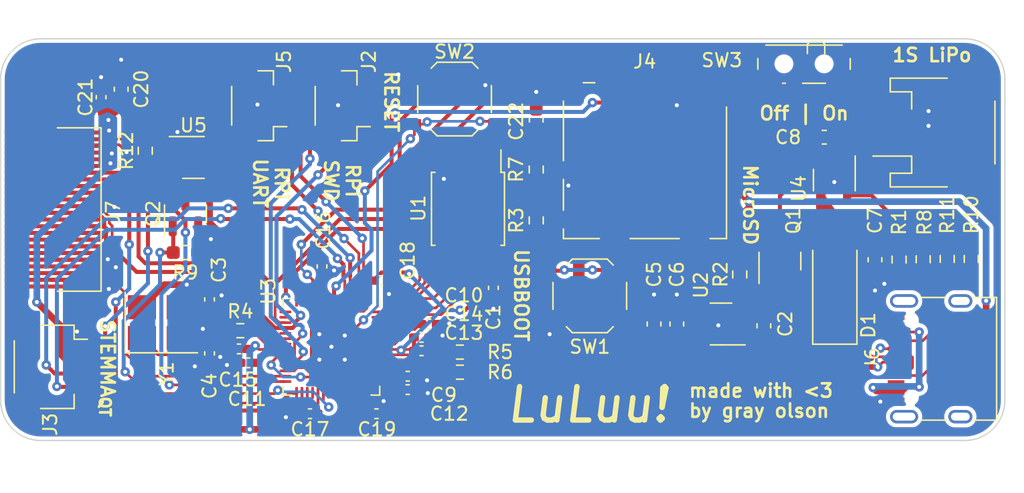
<source format=kicad_pcb>
(kicad_pcb (version 20221018) (generator pcbnew)
  (title_block (title "LuLuu!") (date "2023-10-14") (rev "0") (company "Gray Olson") (comment 1 "Made with love by") (comment 2 "A cute and smart arm warmer sleeve ^_^"))
  (layers (0 "F.Cu" signal) (31 "B.Cu" power) (34 "B.Paste" user) (35 "F.Paste" user) (36 "B.SilkS" user "B.Silkscreen") (37 "F.SilkS" user "F.Silkscreen") (38 "B.Mask" user) (39 "F.Mask" user) (44 "Edge.Cuts" user))
  (net 0 "")
  (net 1 "+3V3")
  (net 2 "GND")
  (net 3 "Net-(D1-K)")
  (net 4 "Net-(U3-XIN)")
  (net 5 "Net-(C4-Pad2)")
  (net 6 "+5V")
  (net 7 "+BATT")
  (net 8 "+1V1")
  (net 9 "SWD_{CLOCK}")
  (net 10 "SWD")
  (net 11 "I_{2}C_{DATA}")
  (net 12 "I_{2}C_{CLOCK}")
  (net 14 "CARD ~{CS}")
  (net 15 "SPI_{MOSI}")
  (net 16 "SPI_{CLOCK}")
  (net 17 "SPI_{MISO}")
  (net 19 "UART_{RX}")
  (net 20 "UART_{TX}")
  (net 21 "Net-(J6-CC1)")
  (net 22 "USB_D+")
  (net 23 "USB_D-")
  (net 25 "Net-(J6-CC2)")
  (net 28 "Net-(J7-BACKLIGHT_{K})")
  (net 29 "DISP ~{RESET}")
  (net 30 "DISP ~{CS_{MAIN}}")
  (net 31 "DISP CS_{DATA{slash}~{CMD}}")
  (net 32 "DISP VSYNC")
  (net 34 "DISP BACKLIGHT")
  (net 35 "Net-(Q2-D)")
  (net 36 "Net-(U2-EN)")
  (net 37 "Net-(U1-~{CS})")
  (net 38 "Net-(U3-XOUT)")
  (net 39 "Net-(U3-RUN)")
  (net 40 "Net-(U4-PROG)")
  (net 41 "Net-(U1-DO(IO1))")
  (net 42 "Net-(U1-IO2)")
  (net 43 "Net-(U1-DI(IO0))")
  (net 44 "Net-(U1-CLK)")
  (net 45 "Net-(U1-IO3)")
  (net 66 "Net-(J1-Pin_1)")
  (net 67 "/USBR_D-")
  (net 68 "/USBR_D+")
  (footprint "Package_TO_SOT_SMD:SOT-23" (layer "F.Cu") (at 170.4375 94.85 90)
    (fp_text reference "Q1")
    (fp_text value "AO3401A" hide)
  )
  (footprint "Connector_JST:JST_PH_S2B-PH-SM4-TB_1x02-1MP_P2.00mm_Horizontal" (layer "F.Cu") (at 181.9875 85.25 90)
    (fp_text reference "J1" hide)
    (fp_text value "BATT_CON")
  )
  (footprint "Connector_Card:microSD_HC_Molex_104031-0811" (layer "F.Cu") (at 160.3375 87.35)
    (fp_text reference "J4")
    (fp_text value "Micro_SD_Card")
  )
  (footprint "Capacitor_SMD:C_0603_1608Metric_Pad1.08x0.95mm_HandSolder" (layer "F.Cu") (at 121.2375 82.0125 90)
    (fp_text reference "C20")
    (fp_text value "10uf")
  )
  (footprint "Resistor_SMD:R_0603_1608Metric_Pad0.98x0.95mm_HandSolder" (layer "F.Cu") (at 152.2375 88.0125 90)
    (fp_text reference "R7")
    (fp_text value "10k")
  )
  (footprint "Capacitor_SMD:C_0402_1005Metric_Pad0.74x0.62mm_HandSolder" (layer "F.Cu") (at 130.725 102.45 180)
    (fp_text reference "C11")
    (fp_text value "100nf" hide)
  )
  (footprint "luluu:SW_SPDT_PCM12" (layer "F.Cu") (at 172.2375 80.45 180)
    (fp_text reference "SW3")
    (fp_text value "SW_POWER")
  )
  (footprint "Capacitor_SMD:C_0402_1005Metric_Pad0.74x0.62mm_HandSolder" (layer "F.Cu") (at 143.67 101.55)
    (fp_text reference "C13")
    (fp_text value "100nf" hide)
  )
  (footprint "Capacitor_SMD:C_0402_1005Metric_Pad0.74x0.62mm_HandSolder" (layer "F.Cu") (at 130.0375 101.4125 180)
    (fp_text reference "C15")
    (fp_text value "100nf" hide)
  )
  (footprint "Package_TO_SOT_SMD:SOT-23" (layer "F.Cu") (at 126.0375 91.3125 90)
    (fp_text reference "Q2")
    (fp_text value "BSS138")
  )
  (footprint "Capacitor_SMD:C_0402_1005Metric_Pad0.74x0.62mm_HandSolder" (layer "F.Cu") (at 119.7375 82.6125 90)
    (fp_text reference "C21")
    (fp_text value "100nf")
  )
  (footprint "Capacitor_SMD:C_0402_1005Metric_Pad0.74x0.62mm_HandSolder" (layer "F.Cu") (at 143.672464 100.55)
    (fp_text reference "C14")
    (fp_text value "100nf" hide)
  )
  (footprint "luluu:FPC_24_SOLDER" (layer "F.Cu") (at 117.7375 91 -90)
    (fp_text reference "J7")
    (fp_text value "DISP_LCD_ST7789" hide)
  )
  (footprint "Capacitor_SMD:C_0603_1608Metric_Pad1.08x0.95mm_HandSolder" (layer "F.Cu") (at 169.2375 99.6875 90)
    (fp_text reference "C2")
    (fp_text value "10uf")
  )
  (footprint "Capacitor_SMD:C_0402_1005Metric_Pad0.74x0.62mm_HandSolder" (layer "F.Cu") (at 135.3375 106.25 180)
    (fp_text reference "C17")
    (fp_text value "100nf" hide)
  )
  (footprint "Package_SO:SOIC-8_5.23x5.23mm_P1.27mm" (layer "F.Cu") (at 147.1375 90.95 -90)
    (fp_text reference "U1")
    (fp_text value "W25Q128JVSS")
  )
  (footprint "Resistor_SMD:R_0603_1608Metric_Pad0.98x0.95mm_HandSolder" (layer "F.Cu") (at 123.0375 86.6125 90)
    (fp_text reference "R12")
    (fp_text value "10")
  )
  (footprint "Capacitor_SMD:C_0603_1608Metric_Pad1.08x0.95mm_HandSolder" (layer "F.Cu") (at 152.2375 84.3125 90)
    (fp_text reference "C22")
    (fp_text value "10uf" hide)
  )
  (footprint "Resistor_SMD:R_0603_1608Metric_Pad0.98x0.95mm_HandSolder" (layer "F.Cu") (at 130.1375 100.05)
    (fp_text reference "R4")
    (fp_text value "1k" hide)
  )
  (footprint "Capacitor_SMD:C_0402_1005Metric_Pad0.74x0.62mm_HandSolder" (layer "F.Cu") (at 127.8375 101.75 90)
    (fp_text reference "C4")
    (fp_text value "30pf" hide)
  )
  (footprint "Resistor_SMD:R_0603_1608Metric_Pad0.98x0.95mm_HandSolder" (layer "F.Cu") (at 152.2375 91.8125 90)
    (fp_text reference "R3")
    (fp_text value "10k" hide)
  )
  (footprint "Capacitor_SMD:C_0603_1608Metric_Pad1.08x0.95mm_HandSolder" (layer "F.Cu") (at 173.75 85.6)
    (fp_text reference "C8")
    (fp_text value "10uf" hide)
  )
  (footprint "Capacitor_SMD:C_0402_1005Metric_Pad0.74x0.62mm_HandSolder" (layer "F.Cu") (at 142.6375 104.45)
    (fp_text reference "C12")
    (fp_text value "1uf" hide)
  )
  (footprint "Capacitor_SMD:C_0402_1005Metric_Pad0.74x0.62mm_HandSolder" (layer "F.Cu") (at 149.0375 96.85 -90)
    (fp_text reference "C1")
    (fp_text value "100nf" hide)
  )
  (footprint "Resistor_SMD:R_0603_1608Metric_Pad0.98x0.95mm_HandSolder" (layer "F.Cu") (at 184.7275 94.69 90)
    (fp_text reference "R10")
    (fp_text value "5.1k" hide)
  )
  (footprint "Connector_JST:JST_SH_BM03B-SRSS-TB_1x03-1MP_P1.00mm_Vertical" (layer "F.Cu") (at 131.5 83.25 90)
    (fp_text reference "J5")
    (fp_text value "RPi UART")
  )
  (footprint "Diode_SMD:D_SMA_Handsoldering" (layer "F.Cu") (at 174.5375 96.55 90)
    (fp_text reference "D1")
    (fp_text value "SS34" hide)
  )
  (footprint "Capacitor_SMD:C_0603_1608Metric_Pad1.08x0.95mm_HandSolder" (layer "F.Cu") (at 161.0375 99.55 90)
    (fp_text reference "C5")
    (fp_text value "10uf")
  )
  (footprint "Resistor_SMD:R_0603_1608Metric_Pad0.98x0.95mm_HandSolder" (layer "F.Cu") (at 179.3375 94.7375 90)
    (fp_text reference "R1")
    (fp_text value "10k")
  )
  (footprint "Resistor_SMD:R_0603_1608Metric_Pad0.98x0.95mm_HandSolder" (layer "F.Cu") (at 182.9325 94.69 90)
    (fp_text reference "R11")
    (fp_text value "5.1k" hide)
  )
  (footprint "Capacitor_SMD:C_0402_1005Metric_Pad0.74x0.62mm_HandSolder" (layer "F.Cu") (at 136.2375 95.25 90)
    (fp_text reference "C16")
    (fp_text value "100nf" hide)
  )
  (footprint "Resistor_SMD:R_0603_1608Metric_Pad0.98x0.95mm_HandSolder" (layer "F.Cu") (at 146.5375 103.15 180)
    (fp_text reference "R6")
    (fp_text value "27" hide)
  )
  (footprint "Package_TO_SOT_SMD:SOT-23-5" (layer "F.Cu") (at 174.5 88.8 -90)
    (fp_text reference "U4")
    (fp_text value "TP4054-42" hide)
  )
  (footprint "Resistor_SMD:R_0603_1608Metric_Pad0.98x0.95mm_HandSolder" (layer "F.Cu") (at 126.0375 94.2125)
    (fp_text reference "R9")
    (fp_text value "5.1k")
  )
  (footprint "Resistor_SMD:R_0603_1608Metric_Pad0.98x0.95mm_HandSolder" (layer "F.Cu") (at 146.5375 101.65 180)
    (fp_text reference "R5")
    (fp_text value "27" hide)
  )
  (footprint "Button_Switch_SMD:SW_Push_1P1T_XKB_TS-1187A" (layer "F.Cu") (at 146.1375 82.75)
    (fp_text reference "SW2")
    (fp_text value "SW_RESET" hide)
  )
  (footprint "Package_DFN_QFN:QFN-56-1EP_7x7mm_P0.4mm_EP3.2x3.2mm" (layer "F.Cu") (at 136.9375 101.25 -90)
    (fp_text reference "U3")
    (fp_text value "RP2040" hide)
  )
  (footprint "Crystal:Crystal_SMD_3225-4Pin_3.2x2.5mm_HandSoldering" (layer "F.Cu") (at 124.2375 99.45)
    (fp_text reference "Y1")
    (fp_text value "X322512MSB4SI" hide)
  )
  (footprint "Button_Switch_SMD:SW_Push_1P1T_XKB_TS-1187A" (layer "F.Cu") (at 156.2375 97.45)
    (fp_text reference "SW1")
    (fp_text value "SW_USBBOOT" hide)
  )
  (footprint "Resistor_SMD:R_0603_1608Metric_Pad0.98x0.95mm_HandSolder" (layer "F.Cu") (at 167.4375 95.85 90)
    (fp_text reference "R2")
    (fp_text value "10k")
  )
  (footprint "Resistor_SMD:R_0603_1608Metric_Pad0.98x0.95mm_HandSolder" (layer "F.Cu") (at 181.1375 94.7125 -90)
    (fp_text reference "R8")
    (fp_text value "5.1k" hide)
  )
  (footprint "Capacitor_SMD:C_0402_1005Metric_Pad0.74x0.62mm_HandSolder" (layer "F.Cu") (at 142.6375 103.45)
    (fp_text reference "C9")
    (fp_text value "1uf" hide)
  )
  (footprint "Package_TO_SOT_SMD:SOT-23-3" (layer "F.Cu") (at 126.6375 87.1125)
    (fp_text reference "U5")
    (fp_text value "APX803S-26/29")
  )
  (footprint "Capacitor_SMD:C_0402_1005Metric_Pad0.74x0.62mm_HandSolder" (layer "F.Cu") (at 140.305 106.25)
    (fp_text reference "C19")
    (fp_text value "100nf" hide)
  )
  (footprint "Capacitor_SMD:C_0402_1005Metric_Pad0.74x0.62mm_HandSolder" (layer "F.Cu") (at 144.2375 99.55)
    (fp_text reference "C10")
    (fp_text value "100nf" hide)
  )
  (footprint "Connector_USB:USB_C_Receptacle_G-Switch_GT-USB-7010ASV" (layer "F.Cu") (at 182.8375 102.15 90)
    (fp_text reference "J6")
    (fp_text value "USB_C_Receptacle_USB2.0")
  )
  (footprint "Capacitor_SMD:C_0402_1005Metric_Pad0.74x0.62mm_HandSolder" (layer "F.Cu") (at 140.6375 96.3125)
    (fp_text reference "C18")
    (fp_text value "100nf" hide)
  )
  (footprint "Capacitor_SMD:C_0402_1005Metric_Pad0.74x0.62mm_HandSolder" (layer "F.Cu") (at 127.8375 97.7175 -90)
    (fp_text reference "C3")
    (fp_text value "30pf" hide)
  )
  (footprint "Capacitor_SMD:C_0603_1608Metric_Pad1.08x0.95mm_HandSolder" (layer "F.Cu") (at 177.5375 94.75 -90)
    (fp_text reference "C7")
    (fp_text value "10uf" hide)
  )
  (footprint "Connector_JST:JST_SH_SM04B-SRSS-TB_1x04-1MP_P1.00mm_Horizontal" (layer "F.Cu") (at 115.9375 102.75 -90)
    (fp_text reference "J3")
    (fp_text value "STEMMA_{QT} I_{2}C")
  )
  (footprint "Connector_JST:JST_SH_BM03B-SRSS-TB_1x03-1MP_P1.00mm_Vertical" (layer "F.Cu") (at 137.7375 83.25 90)
    (fp_text reference "J2")
    (fp_text value "RPi SWD")
  )
  (footprint "Capacitor_SMD:C_0603_1608Metric_Pad1.08x0.95mm_HandSolder" (layer "F.Cu") (at 162.7375 99.55 90)
    (fp_text reference "C6")
    (fp_text value "10uf")
  )
  (footprint "Package_TO_SOT_SMD:SOT-23-5" (layer "F.Cu") (at 166.0375 99.55 180)
    (fp_text reference "U2")
    (fp_text value "RT9080-33GJ5")
  )
  (gr_line (start 187.2375 81.25) (end 187.2375 105.25) (stroke (width 0.1)) (layer "Edge.Cuts"))
  (gr_arc (start 187.2375 105.25) (mid 186.35882 107.37132) (end 184.2375 108.25) (stroke (width 0.1)) (layer "Edge.Cuts"))
  (gr_line (start 184.2375 108.25) (end 115.2375 108.25) (stroke (width 0.1)) (layer "Edge.Cuts"))
  (gr_arc (start 115.2375 108.25) (mid 113.11618 107.37132) (end 112.2375 105.25) (stroke (width 0.1)) (layer "Edge.Cuts"))
  (gr_arc (start 184.2375 78.25) (mid 186.35882 79.12868) (end 187.2375 81.25) (stroke (width 0.1)) (layer "Edge.Cuts"))
  (gr_arc (start 112.2375 81.25) (mid 113.11618 79.12868) (end 115.2375 78.25) (stroke (width 0.1)) (layer "Edge.Cuts"))
  (gr_line (start 112.2375 105.25) (end 112.2375 81.25) (stroke (width 0.1)) (layer "Edge.Cuts"))
  (gr_line (start 115.2375 78.25) (end 184.2375 78.25) (stroke (width 0.1)) (layer "Edge.Cuts"))
  (gr_text "1S LiPo" (at 178.7375 80.05) (layer "F.SilkS") (effects (font (size 1 1) (thickness 0.2) bold) (justify left bottom)))
  (gr_text "MicroSD" (at 167.6375 87.55 -90) (layer "F.SilkS") (effects (font (size 1 1) (thickness 0.2) bold) (justify left bottom)))
  (gr_text "LuLuu!" (at 149.8375 107.05) (layer "F.SilkS") (effects (font (size 2.5 2.5) (thickness 0.4) bold italic) (justify left bottom)))
  (gr_text "RPi\nSWD" (at 136.3375 88.85 -90) (layer "F.SilkS") (effects (font (size 1 1) (thickness 0.2) bold) (justify bottom)))
  (gr_text "RESET" (at 140.8375 80.55 -90) (layer "F.SilkS") (effects (font (size 1 1) (thickness 0.2) bold) (justify left bottom)))
  (gr_text "by gray olson" (at 163.5375 106.6125) (layer "F.SilkS") (effects (font (size 1 1) (thickness 0.2) bold) (justify left bottom)))
  (gr_text "USBBOOT" (at 150.5375 93.85 -90) (layer "F.SilkS") (effects (font (size 1 1) (thickness 0.2) bold) (justify left bottom)))
  (gr_text "RPi\nUART" (at 131.0375 89.05 -90) (layer "F.SilkS") (effects (font (size 1 1) (thickness 0.2) bold) (justify bottom)))
  (gr_text "made with <3" (at 163.5375 105.1125) (layer "F.SilkS") (effects (font (size 1 1) (thickness 0.2) bold) (justify left bottom)))
  (gr_text "Off | On" (at 168.8 84.4) (layer "F.SilkS") (effects (font (size 1 1) (thickness 0.2) bold) (justify left bottom)))
  (gr_text "STEMMA_{QT}" (at 119.6375 102.85 -90) (layer "F.SilkS") (effects (font (size 1 1) (thickness 0.2) bold) (justify bottom)))
  (segment (start 131.003392 101.4125) (end 130.605 101.4125) (width 0.2) (layer "F.Cu") (net 1))
  (segment (start 131.24868 101.167212) (end 131.531468 101.45) (width 0.2) (layer "F.Cu") (net 1))
  (segment (start 131.531468 101.45) (end 133.5 101.45) (width 0.2) (layer "F.Cu") (net 1))
  (segment (start 185.8375 102.6125) (end 180.9375 107.5125) (width 0.5) (layer "F.Cu") (net 1))
  (segment (start 120.3755 87.6125) (end 120.0375 87.6125) (width 0.2) (layer "F.Cu") (net 1))
  (segment (start 143.0025 101.45) (end 143.1025 101.55) (width 0.2) (layer "F.Cu") (net 1))
  (segment (start 142.8025 101.85) (end 143.1025 101.55) (width 0.2) (layer "F.Cu") (net 1))
  (segment (start 143.104964 101.547536) (end 143.1025 101.55) (width 0.3) (layer "F.Cu") (net 1))
  (segment (start 122.345 107.42) (end 119.1125 104.1875) (width 0.5) (layer "F.Cu") (net 1))
  (segment (start 120.2875 84.3125) (end 120.1875 84.2125) (width 0.3) (layer "F.Cu") (net 1))
  (segment (start 120.0375 87.6125) (end 119.9 87.75) (width 0.2) (layer "F.Cu") (net 1))
  (segment (start 116.7625 101.85) (end 117.1625 102.25) (width 0.5) (layer "F.Cu") (net 1))
  (segment (start 140.375 101.85) (end 142.8025 101.85) (width 0.2) (layer "F.Cu") (net 1))
  (segment (start 120.1875 84.2125) (end 120.0375 84.2125) (width 0.3) (layer "F.Cu") (net 1))
  (segment (start 120.0425 82.875) (end 119.7375 83.18) (width 0.3) (layer "F.Cu") (net 1))
  (segment (start 151.934314 95.7125) (end 150.0375 95.7125) (width 0.5) (layer "F.Cu") (net 1))
  (segment (start 117.1625 102.25) (end 117.9375 102.25) (width 0.5) (layer "F.Cu") (net 1))
  (segment (start 142.07 105.2525) (end 142.07 104.45) (width 0.5) (layer "F.Cu") (net 1))
  (segment (start 150.0375 95.7125) (end 149.5375 95.7125) (width 0.5) (layer "F.Cu") (net 1))
  (segment (start 142.075 101.45) (end 142.1375 101.5125) (width 0.2) (layer "F.Cu") (net 1))
  (segment (start 149.5375 95.7125) (end 149.0425 95.2175) (width 0.5) (layer "F.Cu") (net 1))
  (segment (start 119.1125 104.1875) (end 119.1125 102.872182) (width 0.5) (layer "F.Cu") (net 1))
  (segment (start 135.9375 96.1175) (end 136.2375 95.8175) (width 0.2) (layer "F.Cu") (net 1))
  (segment (start 127.8375 87.175) (end 127.8375 91.981129) (width 0.5) (layer "F.Cu") (net 1))
  (segment (start 142.6275 95.7025) (end 140.68 95.7025) (width 0.3) (layer "F.Cu") (net 1))
  (segment (start 162.825 100.5) (end 162.7375 100.4125) (width 0.3) (layer "F.Cu") (net 1))
  (segment (start 119.775 86.75) (end 120.0375 87.0125) (width 0.2) (layer "F.Cu") (net 1))
  (segment (start 116.0375 86.75) (end 119.775 86.75) (width 0.2) (layer "F.Cu") (net 1))
  (segment (start 121.2375 82.875) (end 120.0425 82.875) (width 0.3) (layer "F.Cu") (net 1))
  (segment (start 153.0125 90.125) (end 152.2375 90.9) (width 0.3) (layer "F.Cu") (net 1))
  (segment (start 142.1375 101.5125) (end 142.2 101.45) (width 0.2) (layer "F.Cu") (net 1))
  (segment (start 149.0375 96.2825) (end 149.0375 96.406532) (width 0.3) (layer "F.Cu") (net 1))
  (segment (start 127.8375 91.981129) (end 128.7375 92.881129) (width 0.5) (layer "F.Cu") (net 1))
  (segment (start 167.6875 89.9625) (end 167.6875 81.65) (width 0.5) (layer "F.Cu") (net 1))
  (segment (start 139.5375 106.05) (end 139.7375 106.25) (width 0.2) (layer "F.Cu") (net 1))
  (segment (start 128.7375 93.543871) (end 128.068871 94.2125) (width 0.5) (layer "F.Cu") (net 1))
  (segment (start 114.9375 97.9125) (end 116.7625 99.7375) (width 0.5) (layer "F.Cu") (net 1))
  (segment (start 120.0375 87.0125) (end 120.2375 86.8125) (width 0.2) (layer "F.Cu") (net 1))
  (segment (start 140.5375 107.42) (end 137.6375 107.42) (width 0.5) (layer "F.Cu") (net 1))
  (segment (start 139.5375 98.344974) (end 139.332474 98.55) (width 0.3) (layer "F.Cu") (net 1))
  (segment (start 144.2375 107.42) (end 142.07 105.2525) (width 0.5) (layer "F.Cu") (net 1))
  (segment (start 156.634314 100.4125) (end 155.235907 99.014093) (width 0.5) (layer "F.Cu") (net 1))
  (segment (start 139.5375 104.6875) (end 139.5375 106.05) (width 0.2) (layer "F.Cu") (net 1))
  (segment (start 142.7375 95.8125) (end 142.6275 95.7025) (width 0.3) (layer "F.Cu") (net 1))
  (segment (start 160.5325 91.380686) (end 160.5325 83.5125) (width 0.5) (layer "F.Cu") (net 1))
  (segment (start 140.375 101.45) (end 142.075 101.45) (width 0.2) (layer "F.Cu") (net 1))
  (segment (start 149.0425 94.55) (end 149.0425 96.2775) (width 0.3) (layer "F.Cu") (net 1))
  (segment (start 116.0375 85.25) (end 119.8 85.25) (width 0.3) (layer "F.Cu") (net 1))
  (segment (start 135.9375 106.2175) (end 135.905 106.25) (width 0.2) (layer "F.Cu") (net 1))
  (segment (start 121.2375 83.3625) (end 121.2375 82.875) (width 0.3) (layer "F.Cu") (net 1))
  (segment (start 127.775 80.725) (end 127.775 87.1125) (width 0.5) (layer "F.Cu") (net 1))
  (segment (start 137.075 107.42) (end 135.905 106.25) (width 0.5) (layer "F.Cu") (net 1))
  (segment (start 119.8 87.25) (end 116.0375 87.25) (width 0.2) (layer "F.Cu") (net 1))
  (segment (start 149.0425 95.2175) (end 149.0425 94.55) (width 0.5) (layer "F.Cu") (net 1))
  (segment (start 128.7375 92.881129) (end 128.7375 93.543871) (width 0.5) (layer "F.Cu") (net 1))
  (segment (start 149.0375 96.406532) (end 146.931532 98.5125) (width 0.3) (layer "F.Cu") (net 1))
  (segment (start 139.332474 98.55) (end 136.075 98.55) (width 0.3) (layer "F.Cu") (net 1))
  (segment (start 119.1125 102.872182) (end 118.490318 102.25) (width 0.5) (layer "F.Cu") (net 1))
  (segment (start 137.6375 107.42) (end 137.075 107.42) (width 0.5) (layer "F.Cu") (net 1))
  (segment (start 131.24868 101.167212) (end 131.003392 101.4125) (width 0.2) (layer "F.Cu") (net 1))
  (segment (start 152.2375 85.175) (end 152.2375 87.1) (width 0.3) (layer "F.Cu") (net 1))
  (segment (start 127.775 87.1125) (end 127.8375 87.175) (width 0.5) (layer "F.Cu") (net 1))
  (segment (start 143.104964 100.55) (end 143.104964 101.547536) (width 0.3) (layer "F.Cu") (net 1))
  (segment (start 119.7375 83.9125) (end 119.7375 83.18) (width 0.3) (layer "F.Cu") (net 1))
  (segment (start 136.075 98.55) (end 135.9375 98.4125) (width 0.3) (layer "F.Cu") (net 1))
  (segment (start 140.375 103.85) (end 141.47 103.85) (width 0.2) (layer "F.Cu") (net 1))
  (segment (start 155.5975 88.4475) (end 160.5325 83.5125) (width 0.5) (layer "F.Cu") (net 1))
  (segment (start 163.8375 95.145686) (end 163.8375 99.1125) (width 0.5) (layer "F.Cu") (net 1))
  (segment (start 149.0425 96.2775) (end 149.0375 96.2825) (width 0.3) (layer "F.Cu") (net 1))
  (segment (start 146.931532 98.5125) (end 146.5375 98.5125) (width 0.3) (layer "F.Cu") (net 1))
  (segment (start 139.7375 106.62) (end 139.7375 106.25) (width 0.5) (layer "F.Cu") (net 1))
  (segment (start 167.6875 81.65) (end 165.2835 79.246) (width 0.5) (layer "F.Cu") (net 1))
  (segment (start 163.8375 94.685686) (end 160.5325 91.380686) (width 0.5) (layer "F.Cu") (net 1))
  (segment (start 164.9 100.5) (end 162.825 100.5) (width 0.3) (layer "F.Cu") (net 1))
  (segment (start 168.1375 90.4125) (end 168.1375 90.845686) (width 0.5) (layer "F.Cu") (net 1))
  (segment (start 142.2 101.45) (end 143.0025 101.45) (width 0.2) (layer "F.Cu") (net 1))
  (segment (start 139.5375 97.8125) (end 139.5375 96.845) (width 0.3) (layer "F.Cu") (net 1))
  (segment (start 149.5375 95.7125) (end 149.0375 96.2125) (width 0.5) (layer "F.Cu") (net 1))
  (segment (start 165.2835 79.246) (end 129.254 79.246) (width 0.5) (layer "F.Cu") (net 1))
  (segment (start 135.9375 98.4125) (end 135.9375 97.8125) (width 0.3) (layer "F.Cu") (net 1))
  (segment (start 120.0375 87.0125) (end 120.0375 87.6125) (width 0.2) (layer "F.Cu") (net 1))
  (segment (start 155.235907 94.334345) (end 152.2375 91.335938) (width 0.5) (layer "F.Cu") (net 1))
  (segment (start 155.235907 99.014093) (end 151.934314 95.7125) (width 0.5) (layer "F.Cu") (net 1))
  (segment (start 163.8375 99.1125) (end 163.8375 94.685686) (width 0.5) (layer "F.Cu") (net 1))
  (segment (start 120.0375 85.0125) (end 120.0375 84.2125) (width 0.3) (layer "F.Cu") (net 1))
  (segment (start 128.068871 94.2125) (end 126.95 94.2125) (width 0.5) (layer "F.Cu") (net 1))
  (segment (start 137.6375 107.42) (end 122.345 107.42) (width 0.5) (layer "F.Cu") (net 1))
  (segment (start 152.2375 91.335938) (end 152.2375 90.9) (width 0.5) (layer "F.Cu") (net 1))
  (segment (start 155.235907 99.014093) (end 155.235907 96.8125) (width 0.5) (layer "F.Cu") (net 1))
  (segment (start 185.8375 97.8125) (end 185.8375 102.6125) (width 0.5) (layer "F.Cu") (net 1))
  (segment (start 141.07 103.45) (end 142.07 104.45) (width 0.2) (layer "F.Cu") (net 1))
  (segment (start 144.2375 107.42) (end 140.5375 107.42) (width 0.5) (layer "F.Cu") (net 1))
  (segment (start 155.5975 96.450907) (end 155.5975 88.4475) (width 0.5) (layer "F.Cu") (net 1))
  (segment (start 155.235907 96.8125) (end 155.235907 94.334345) (width 0.5) (layer "F.Cu") (net 1))
  (segment (start 168.1375 90.845686) (end 163.8375 95.145686) (width 0.5) (layer "F.Cu") (net 1))
  (segment (start 120.2875 84.3125) (end 120.2875 84.7625) (width 0.3) (layer "F.Cu") (net 1))
  (segment (start 152.2375 87.1) (end 153.0125 87.875) (width 0.3) (layer "F.Cu") (net 1))
  (segment (start 119.8 85.25) (end 120.0375 85.0125) (width 0.3) (layer "F.Cu") (net 1))
  (segment (start 120.4375 87.5505) (end 120.3755 87.6125) (width 0.2) (layer "F.Cu") (net 1))
  (segment (start 140.375 103.45) (end 141.07 103.45) (width 0.2) (layer "F.Cu") (net 1))
  (segment (start 139.5375 97.8125) (end 139.5375 98.344974) (width 0.3) (layer "F.Cu") (net 1))
  (segment (start 144.33 107.5125) (end 144.2375 107.42) (width 0.5) (layer "F.Cu") (net 1))
  (segment (start 163.8375 99.1125) (end 163.8375 99.4375) (width 0.5) (layer "F.Cu") (net 1))
  (segment (start 120.2875 84.3125) (end 121.2375 83.3625) (width 0.3) (layer "F.Cu") (net 1))
  (segment (start 168.1375 90.4125) (end 167.6875 89.9625) (width 0.5) (layer "F.Cu") (net 1))
  (segment (start 161.0375 100.4125) (end 156.634314 100.4125) (width 0.5) (layer "F.Cu") (net 1))
  (segment (start 160.5325 83.5125) (end 160.5325 81.9) (width 0.5) (layer "F.Cu") (net 1))
  (segment (start 140.68 95.7025) (end 140.07 96.3125) (width 0.3) (layer "F.Cu") (net 1))
  (segment (start 140.5375 107.42) (end 139.7375 106.62) (width 0.5) (layer "F.Cu") (net 1))
  (segment (start 120.2875 84.7625) (end 119.8 85.25) (width 0.3) (layer "F.Cu") (net 1))
  (segment (start 141.47 103.85) (end 142.07 104.45) (width 0.2) (layer "F.Cu") (net 1))
  (segment (start 120.2375 86.8125) (end 120.5375 86.8125) (width 0.2) (layer "F.Cu") (net 1))
  (segment (start 149.0375 96.2125) (end 149.0375 96.2825) (width 0.5) (layer "F.Cu") (net 1))
  (segment (start 163.8375 99.4375) (end 164.9 100.5) (width 0.5) (layer "F.Cu") (net 1))
  (segment (start 180.9375 107.5125) (end 144.33 107.5125) (width 0.5) (layer "F.Cu") (net 1))
  (segment (start 135.9375 97.8125) (end 135.9375 96.1175) (width 0.2) (layer "F.Cu") (net 1))
  (segment (start 119.9 87.75) (end 116.0375 87.75) (width 0.2) (layer "F.Cu") (net 1))
  (segment (start 116.7625 99.7375) (end 116.7625 101.85) (width 0.5) (layer "F.Cu") (net 1))
  (segment (start 120.0375 84.2125) (end 119.7375 83.9125) (width 0.3) (layer "F.Cu") (net 1))
  (segment (start 155.235907 96.8125) (end 155.5975 96.450907) (width 0.5) (layer "F.Cu") (net 1))
  (segment (start 135.9375 104.6875) (end 135.9375 106.2175) (width 0.2) (layer "F.Cu") (net 1))
  (segment (start 120.0375 87.0125) (end 119.8 87.25) (width 0.2) (layer "F.Cu") (net 1))
  (segment (start 118.490318 102.25) (end 117.9375 102.25) (width 0.5) (layer "F.Cu") (net 1))
  (segment (start 139.5375 96.845) (end 140.07 96.3125) (width 0.3) (layer "F.Cu") (net 1))
  (segment (start 129.254 79.246) (end 127.775 80.725) (width 0.5) (layer "F.Cu") (net 1))
  (segment (start 153.0125 87.875) (end 153.0125 90.125) (width 0.3) (layer "F.Cu") (net 1))
  (via (at 114.9375 97.9125) (size 0.7) (drill 0.3) (layers "F.Cu" "B.Cu") (net 1))
  (via (at 120.3375 85.1005) (size 0.7) (drill 0.3) (layers "F.Cu" "B.Cu") (net 1))
  (via (at 120.5375 86.8125) (size 0.7) (drill 0.3) (layers "F.Cu" "B.Cu") (net 1))
  (via (at 120.4375 87.5505) (size 0.7) (drill 0.3) (layers "F.Cu" "B.Cu") (net 1))
  (via (at 131.24868 101.167212) (size 0.7) (drill 0.3) (layers "F.Cu" "B.Cu") (net 1))
  (via (at 185.8375 97.8125) (size 0.7) (drill 0.3) (layers "F.Cu" "B.Cu") (net 1))
  (via (at 142.7375 95.8125) (size 0.7) (drill 0.3) (layers "F.Cu" "B.Cu") (net 1))
  (via (at 146.5375 98.5125) (size 0.7) (drill 0.3) (layers "F.Cu" "B.Cu") (net 1))
  (via (at 120.2875 84.3125) (size 0.7) (drill 0.3) (layers "F.Cu" "B.Cu") (net 1))
  (via (at 130.8375 107.42) (size 0.7) (drill 0.3) (layers "F.Cu" "B.Cu") (net 1))
  (via (at 168.1375 90.4125) (size 0.7) (drill 0.3) (layers "F.Cu" "B.Cu") (net 1))
  (via (at 142.1375 101.5125) (size 0.7) (drill 0.3) (layers "F.Cu" "B.Cu") (net 1))
  (segment (start 114.9375 97.9125) (end 114.9375 93.0505) (width 0.5) (layer "B.Cu") (net 1))
  (segment (start 184.7375 91.3125) (end 183.8375 90.4125) (width 0.5) (layer "B.Cu") (net 1))
  (segment (start 145.4375 98.5125) (end 142.7375 95.8125) (width 0.3) (layer "B.Cu") (net 1))
  (segment (start 114.9375 93.0505) (end 120.4375 87.5505) (width 0.5) (layer "B.Cu") (net 1))
  (segment (start 146.5375 98.5125) (end 145.1375 98.5125) (width 0.3) (layer "B.Cu") (net 1))
  (segment (start 185.8375 92.4125) (end 184.7375 91.3125) (width 0.5) (layer "B.Cu") (net 1))
  (segment (start 185.8375 97.8125) (end 185.8375 92.4125) (width 0.5) (layer "B.Cu") (net 1))
  (segment (start 146.5375 98.5125) (end 145.4375 98.5125) (width 0.3) (layer "B.Cu") (net 1))
  (segment (start 130.8375 101.578392) (end 130.8375 107.42) (width 0.5) (layer "B.Cu") (net 1))
  (segment (start 145.1375 98.5125) (end 142.1375 101.5125) (width 0.3) (layer "B.Cu") (net 1))
  (segment (start 131.24868 101.167212) (end 130.8375 101.578392) (width 0.5) (layer "B.Cu") (net 1))
  (segment (start 183.8375 90.4125) (end 168.1375 90.4125) (width 0.5) (layer "B.Cu") (net 1))
  (segment (start 119.875 96.25) (end 116.0375 96.25) (width 0.3) (layer "F.Cu") (net 2))
  (segment (start 116.125 86.1625) (end 116.0375 86.25) (width 0.2) (layer "F.Cu") (net 2))
  (segment (start 137.138 95.550352) (end 136.270148 94.6825) (width 0.2) (layer "F.Cu") (net 2))
  (segment (start 154.5975 88.05) (end 154.5975 89.1725) (width 0.3) (layer "F.Cu") (net 2))
  (segment (start 132.075 83.25) (end 132.0375 83.2125) (width 0.3) (layer "F.Cu") (net 2))
  (segment (start 165.8375 99.65) (end 165.7375 99.55) (width 0.3) (layer "F.Cu") (net 2))
  (segment (start 184.7275 93.7775) (end 182.9325 93.7775) (width 0.3) (layer "F.Cu") (net 2))
  (segment (start 120.257489 96.932489) (end 120.317511 96.932489) (width 0.3) (layer "F.Cu") (net 2))
  (segment (start 181.0375 84.25) (end 181.5375 84.75) (width 0.2) (layer "F.Cu") (net 2))
  (segment (start 144.2375 100.552464) (end 144.239964 100.55) (width 0.3) (layer "F.Cu") (net 2))
  (segment (start 129.2375 101.4125) (end 128.6375 102.0125) (width 0.5) (layer "F.Cu") (net 2))
  (segment (start 159.2375 99.325) (end 160.4 99.325) (width 0.3) (layer "F.Cu") (net 2))
  (segment (start 119.7375 82.045) (end 119.7375 81.1125) (width 0.3) (layer "F.Cu") (net 2))
  (segment (start 119.975 92.275) (end 119.9375 92.3125) (width 0.3) (layer "F.Cu") (net 2))
  (segment (start 144.2375 101.4125) (end 145.2375 100.4125) (width 0.3) (layer "F.Cu") (net 2))
  (segment (start 165.9375 99.55) (end 165.8375 99.65) (width 0.3) (layer "F.Cu") (net 2))
  (segment (start 120 94.25) (end 120.1 94.15) (width 0.3) (layer "F.Cu") (net 2))
  (segment (start 160.4 99.325) (end 161.0375 98.6875) (width 0.3) (layer "F.Cu") (net 2))
  (segment (start 174.6125 85.6) (end 174.6125 87.55) (width 0.3) (layer "F.Cu") (net 2))
  (segment (start 127.1325 102.3175) (end 126.7375 102.7125) (width 0.3) (layer "F.Cu") (net 2))
  (segment (start 119.520394 91.25) (end 119.660197 91.389803) (width 0.3) (layer "F.Cu") (net 2))
  (segment (start 124.475 96.6125) (end 126.1375 96.6125) (width 0.5) (layer "F.Cu") (net 2))
  (segment (start 154.5975 89.1725) (end 154.6375 89.2125) (width 0.3) (layer "F.Cu") (net 2))
  (segment (start 125.6875 100.6) (end 126.65 100.6) (width 0.5) (layer "F.Cu") (net 2))
  (segment (start 126.9875 92.25) (end 126.9875 92.2625) (width 0.3) (layer "F.Cu") (net 2))
  (segment (start 143.875 104.45) (end 143.205 104.45) (width 0.3) (layer "F.Cu") (net 2))
  (segment (start 182.9325 93.83) (end 181.1375 95.625) (width 0.3) (layer "F.Cu") (net 2))
  (segment (start 116.0375 94.25) (end 120 94.25) (width 0.3) (layer "F.Cu") (net 2))
  (segment (start 120.1375 92.4375) (end 120.1375 92.7125) (width 0.3) (layer "F.Cu") (net 2))
  (segment (start 121.6375 86.7125) (end 121.0875 86.1625) (width 0.2) (layer "F.Cu") (net 2))
  (segment (start 143.777214 103.45) (end 144.081691 103.754477) (width 0.3) (layer "F.Cu") (net 2))
  (segment (start 167.175 99.55) (end 165.9375 99.55) (width 0.3) (layer "F.Cu") (net 2))
  (segment (start 126.9875 92.2625) (end 127.9375 93.2125) (width 0.3) (layer "F.Cu") (net 2))
  (segment (start 174.5 88.95) (end 174.5 87.6625) (width 0.3) (layer "F.Cu") (net 2))
  (segment (start 174.6125 87.55) (end 174.5 87.6625) (width 0.3) (layer "F.Cu") (net 2))
  (segment (start 119.9375 96.6125) (end 119.9375 96.3125) (width 0.3) (layer "F.Cu") (net 2))
  (segment (start 182.9325 93.7775) (end 182.9325 93.83) (width 0.3) (layer "F.Cu") (net 2))
  (segment (start 141.975 80.875) (end 141.9375 80.9125) (width 0.5) (layer "F.Cu") (net 2))
  (segment (start 144.2375 101.55) (end 144.2375 100.552464) (width 0.3) (layer "F.Cu") (net 2))
  (segment (start 120.1 92.75) (end 116.0375 92.75) (width 0.3) (layer "F.Cu") (net 2))
  (segment (start 122.7875 98.3) (end 124.475 96.6125) (width 0.5) (layer "F.Cu") (net 2))
  (segment (start 134.5075 106.5125) (end 133.5375 106.5125) (width 0.5) (layer "F.Cu") (net 2))
  (segment (start 116.0375 90.25) (end 120.175 90.25) (width 0.2) (layer "F.Cu") (net 2))
  (segment (start 153.2375 99.325) (end 153.2375 100.3125) (width 0.5) (layer "F.Cu") (net 2))
  (segment (start 116.0375 91.25) (end 119.520394 91.25) (width 0.3) (layer "F.Cu") (net 2))
  (segment (start 126.65 100.6) (end 127.3375 99.9125) (width 0.5) (layer "F.Cu") (net 2))
  (segment (start 120.1 94.575) (end 120.1 94.0125) (width 0.3) (layer "F.Cu") (net 2))
  (segment (start 167.175 99.55) (end 168.5125 99.55) (width 0.3) (layer "F.Cu") (net 2))
  (segment (start 125.5 85.275) (end 125.4375 85.2125) (width 0.5) (layer "F.Cu") (net 2))
  (segment (start 119.875 92.25) (end 116.0375 92.25) (width 0.3) (layer "F.Cu") (net 2))
  (segment (start 161.0375 98.6875) (end 161.0375 97.35) (width 0.3) (layer "F.Cu") (net 2))
  (segment (start 180.9375 84.25) (end 181.5375 83.65) (width 0.2) (layer "F.Cu") (net 2))
  (segment (start 119.9375 96.3125) (end 119.875 96.25) (width 0.3) (layer "F.Cu") (net 2))
  (segment (start 149.0375 97.4175) (end 149.0375 98.4125) (width 0.3) (layer "F.Cu") (net 2))
  (segment (start 140.8725 105.3475) (end 140.8375 105.3125) (width 0.3) (layer "F.Cu") (net 2))
  (segment (start 120.2375 94.7125) (end 120.8375 95.3125) (width 0.3) (layer "F.Cu") (net 2))
  (segment (start 143.1375 80.875) (end 141.975 80.875) (width 0.5) (layer "F.Cu") (net 2))
  (segment (start 120.1 94.15) (end 120.1 94.0125) (width 0.3) (layer "F.Cu") (net 2))
  (segment (start 141.2375 97.3125) (end 141.205 97.28) (width 0.3) (layer "F.Cu") (net 2))
  (segment (start 129.3 102.45) (end 129.1375 102.6125) (width 0.3) (layer "F.Cu") (net 2))
  (segment (start 141.205 97.28) (end 141.205 96.3125) (width 0.3) (layer "F.Cu") (net 2))
  (segment (start 120.1 94.0125) (end 120.1 93.55) (width 0.3) (layer "F.Cu") (net 2))
  (segment (start 162.7325 83.2075) (end 162.7375 83.2125) (width 0.3) (layer "F.Cu") (net 2))
  (segment (start 145.2325 87.35) (end 145.2325 88.6075) (width 0.5) (layer "F.Cu") (net 2))
  (segment (start 119.975 92.275) (end 120.1375 92.4375) (width 0.3) (layer "F.Cu") (net 2))
  (segment (start 119.6 93.25) (end 120.1 92.75) (width 0.3) (layer "F.Cu") (net 2))
  (segment (start 120.175 90.25) (end 120.7375 90.8125) (width 0.2) (layer "F.Cu") (net 2))
  (segment (start 119.9375 96.6125) (end 120.257489 96.932489) (width 0.3) (layer "F.Cu") (net 2))
  (segment (start 162.7325 81.9) (end 162.7325 83.2075) (width 0.3) (layer "F.Cu") (net 2))
  (segment (start 132.94375 83.2) (end 131.45625 83.2) (width 0.3) (layer "F.Cu") (net 2))
  (segment (start 136.270148 94.6825) (end 136.2375 94.6825) (width 0.2) (layer "F.Cu") (net 2))
  (segment (start 116.0375 96.75) (end 119.8 96.75) (width 0.3) (layer "F.Cu") (net 2))
  (segment (start 129.47 101.4125) (end 129.2375 101.4125) (width 0.5) (layer "F.Cu") (net 2))
  (segment (start 119.975 91.75) (end 116.0375 91.75) (width 0.3) (layer "F.Cu") (net 2))
  (segment (start 137.475 83.25) (end 137.4375 83.2125) (width 0.3) (layer "F.Cu") (net 2))
  (segment (start 125.5 86.1625) (end 125.5 85.275) (width 0.5) (layer "F.Cu") (net 2))
  (segment (start 145.1 100.55) (end 145.2375 100.4125) (width 0.3) (layer "F.Cu") (net 2))
  (segment (start 179.1125 105.35) (end 177.9375 105.35) (width 0.3) (layer "F.Cu") (net 2))
  (segment (start 134.77 106.25) (end 134.5075 106.5125) (width 0.5) (layer "F.Cu") (net 2))
  (segment (start 119.975 91.75) (end 119.975 92.275) (width 0.3) (layer "F.Cu") (net 2))
  (segment (start 117.9375 101.25) (end 117.9375 100.1125) (width 0.3) (layer "F.Cu") (net 2))
  (segment (start 144.2375 101.55) (end 144.2375 101.4125) (width 0.3) (layer "F.Cu") (net 2))
  (segment (start 179.1375 84.25) (end 181.0375 84.25) (width 0.2) (layer "F.Cu") (net 2))
  (segment (start 152.2375 83.45) (end 152.2375 82.2125) (width 0.3) (layer "F.Cu") (net 2))
  (segment (start 139.0625 83.25) (end 137.475 83.25) (width 0.3) (layer "F.Cu") (net 2))
  (segment (start 149.1375 80.875) (end 149.1375 81.0125) (width 0.3) (layer "F.Cu") (net 2))
  (segment (start 120.1375 92.7125) (end 120.1 92.75) (width 0.3) (layer "F.Cu") (net 2))
  (segment (start 145.7 99.55) (end 145.7375 99.5125) (width 0.3) (layer "F.Cu") (net 2))
  (segment (start 116.0375 94.75) (end 120.2 94.75) (width 0.3) (layer "F.Cu") (net 2))
  (segment (start 119.9 93.75) (end 120.1 93.55) (width 0.3) (layer "F.Cu") (net 2))
  (segment (start 120.2 94.75) (end 120.2375 94.7125) (width 0.3) (layer "F.Cu") (net 2))
  (segment (start 179.1375 84.25) (end 180.9375 84.25) (width 0.2) (layer "F.Cu") (net 2))
  (segment (start 119.8 96.75) (end 119.9375 96.6125) (width 0.3) (layer "F.Cu") (net 2))
  (segment (start 119.9375 92.3125) (end 119.875 92.25) (width 0.3) (layer "F.Cu") (net 2))
  (segment (start 130.1575 102.45) (end 129.3 102.45) (width 0.3) (layer "F.Cu") (net 2))
  (segment (start 149.1375 81.0125) (end 148.4375 81.7125) (width 0.3) (layer "F.Cu") (net 2))
  (segment (start 127.8375 102.3175) (end 127.1325 102.3175) (width 0.3) (layer "F.Cu") (net 2))
  (segment (start 116.0375 93.75) (end 119.9 93.75) (width 0.3) (layer "F.Cu") (net 2))
  (segment (start 145.2325 88.6075) (end 145.3375 88.7125) (width 0.5) (layer "F.Cu") (net 2))
  (segment (start 140.8725 106.25) (end 140.8725 105.3475) (width 0.3) (layer "F.Cu") (net 2))
  (segment (start 128.475 97.15) (end 128.7375 97.4125) (width 0.3) (layer "F.Cu") (net 2))
  (segment (start 144.805 99.55) (end 145.7 99.55) (width 0.3) (layer "F.Cu") (net 2))
  (segment (start 120.2375 94.7125) (end 120.1 94.575) (width 0.3) (layer "F.Cu") (net 2))
  (segment (start 121.0875 86.1625) (end 116.125 86.1625) (width 0.2) (layer "F.Cu") (net 2))
  (segment (start 127.8375 97.15) (end 128.475 97.15) (width 0.3) (layer "F.Cu") (net 2))
  (segment (start 162.7375 98.6875) (end 162.7375 97.35) (width 0.3) (layer "F.Cu") (net 2))
  (segment (start 168.5125 99.55) (end 169.2375 98.825) (width 0.3) (layer "F.Cu") (net 2))
  (segment (start 116.0375 93.25) (end 119.6 93.25) (width 0.3) (layer "F.Cu") (net 2))
  (segment (start 143.205 103.45) (end 143.777214 103.45) (width 0.3) (layer "F.Cu") (net 2))
  (segment (start 119.660197 91.435197) (end 119.975 91.75) (width 0.3) (layer "F.Cu") (net 2))
  (segment (start 119.660197 91.389803) (end 119.660197 91.435197) (width 0.3) (layer "F.Cu") (net 2))
  (segment (start 121.2375 81.15) (end 121.2375 79.8125) (width 0.3) (layer "F.Cu") (net 2))
  (segment (start 120.1 93.55) (end 120.1 92.75) (width 0.3) (layer "F.Cu") (net 2))
  (segment (start 144.1375 104.7125) (end 143.875 104.45) (width 0.3) (layer "F.Cu") (net 2))
  (segment (start 144.239964 100.55) (end 145.1 100.55) (width 0.3) (layer "F.Cu") (net 2))
  (via (at 145.7375 99.5125) (size 0.7) (drill 0.3) (layers "F.Cu" "B.Cu") (net 2))
  (via (at 125.4375 85.2125) (size 0.7) (drill 0.3) (layers "F.Cu" "B.Cu") (net 2))
  (via (at 148.4375 81.7125) (size 0.7) (drill 0.3) (layers "F.Cu" "B.Cu") (net 2))
  (via (at 120.2375 94.7125) (size 0.7) (drill 0.3) (layers "F.Cu" "B.Cu") (net 2))
  (via (at 126.1375 96.6125) (size 0.7) (drill 0.3) (layers "F.Cu" "B.Cu") (net 2))
  (via (at 145.3375 88.7125) (size 0.7) (drill 0.3) (layers "F.Cu" "B.Cu") (net 2))
  (via (at 128.7375 97.4125) (size 0.7) (drill 0.3) (layers "F.Cu" "B.Cu") (net 2))
  (via (at 165.8375 99.65) (size 0.7) (drill 0.3) (layers "F.Cu" "B.Cu") (net 2))
  (via (at 126.7375 102.7125) (size 0.7) (drill 0.3) (layers "F.Cu" "B.Cu") (net 2))
  (via (at 137.138 95.550352) (size 0.7) (drill 0.3) (layers "F.Cu" "B.Cu") (net 2))
  (via (at 120.317511 96.932489) (size 0.7) (drill 0.3) (layers "F.Cu" "B.Cu") (net 2))
  (via (at 117.9375 100.1125) (size 0.7) (drill 0.3) (layers "F.Cu" "B.Cu") (net 2))
  (via (at 136.9375 101.25) (size 0.7) (drill 0.3) (layers "F.Cu" "B.Cu") (net 2))
  (via (at 174.5 88.95) (size 0.7) (drill 0.3) (layers "F.Cu" "B.Cu") (net 2))
  (via (at 162.7375 97.35) (size 0.7) (drill 0.3) (layers "F.Cu" "B.Cu") (net 2))
  (via (at 136.0375 102.2125) (size 0.7) (drill 0.3) (layers "F.Cu" "B.Cu") (net 2))
  (via (at 128.6375 102.0125) (size 0.7) (drill 0.3) (layers "F.Cu" "B.Cu") (net 2))
  (via (at 120.7375 90.8125) (size 0.7) (drill 0.3) (layers "F.Cu" "B.Cu") (net 2))
  (via (at 181.5375 84.75) (size 0.7) (drill 0.3) (layers "F.Cu" "B.Cu") (net 2))
  (via (at 177.9375 105.35) (size 0.7) (drill 0.3) (layers "F.Cu" "B.Cu") (net 2))
  (via (at 162.7375 83.2125) (size 0.7) (drill 0.3) (layers "F.Cu" "B.Cu") (net 2))
  (via (at 161.0375 97.35) (size 0.7) (drill 0.3) (layers "F.Cu" "B.Cu") (net 2))
  (via (at 120.8375 95.3125) (size 0.7) (drill 0.3) (layers "F.Cu" "B.Cu") (net 2))
  (via (at 121.2375 79.8125) (size 0.7) (drill 0.3) (layers "F.Cu" "B.Cu") (net 2))
  (via (at 127.9375 93.2125) (size 0.7) (drill 0.3) (layers "F.Cu" "B.Cu") (net 2))
  (via (at 149.0375 98.4125) (size 0.7) (drill 0.3) (layers "F.Cu" "B.Cu") (net 2))
  (via (at 152.2375 82.2125) (size 0.7) (drill 0.3) (layers "F.Cu" "B.Cu") (net 2))
  (via (at 119.7375 81.1125) (size 0.7) (drill 0.3) (layers "F.Cu" "B.Cu") (net 2))
  (via (at 131.41875 83.1625) (size 0.7) (drill 0.3) (layers "F.Cu" "B.Cu") (net 2))
  (via (at 127.3375 99.9125) (size 0.7) (drill 0.3) (layers "F.Cu" "B.Cu") (net 2))
  (via (at 137.9375 100.4125) (size 0.7) (drill 0.3) (layers "F.Cu" "B.Cu") (net 2))
  (via (at 136.0375 100.3125) (size 0.7) (drill 0.3) (layers "F.Cu" "B.Cu") (net 2))
  (via (at 137.9375 102.2125) (size 0.7) (drill 0.3) (layers "F.Cu" "B.Cu") (net 2))
  (via (at 133.5375 106.5125) (size 0.7) (drill 0.3) (layers "F.Cu" "B.Cu") (net 2))
  (via (at 137.4375 83.2125) (size 0.7) (drill 0.3) (layers "F.Cu" "B.Cu") (net 2))
  (via (at 181.5375 83.65) (size 0.7) (drill 0.3) (layers "F.Cu" "B.Cu") (net 2))
  (via (at 145.2375 100.4125) (size 0.7) (drill 0.3) (layers "F.Cu" "B.Cu") (net 2))
  (via (at 153.2375 100.3125) (size 0.7) (drill 0.3) (layers "F.Cu" "B.Cu") (net 2))
  (via (at 129.1375 102.6125) (size 0.7) (drill 0.3) (layers "F.Cu" "B.Cu") (net 2))
  (via (at 177.5375 97.05) (size 0.7) (drill 0.3) (layers "F.Cu" "B.Cu") (net 2))
  (via (at 178.2375 96.55) (size 0.7) (drill 0.3) (layers "F.Cu" "B.Cu") (net 2))
  (via (at 144.1375 104.7125) (size 0.7) (drill 0.3) (layers "F.Cu" "B.Cu") (net 2))
  (via (at 140.8375 105.3125) (size 0.7) (drill 0.3) (layers "F.Cu" "B.Cu") (net 2))
  (via (at 121.6375 86.7125) (size 0.7) (drill 0.3) (layers "F.Cu" "B.Cu") (net 2))
  (via (at 144.081691 103.754477) (size 0.7) (drill 0.3) (layers "F.Cu" "B.Cu") (net 2))
  (via (at 141.2375 97.3125) (size 0.7) (drill 0.3) (layers "F.Cu" "B.Cu") (net 2))
  (via (at 141.9375 80.9125) (size 0.7) (drill 0.3) (layers "F.Cu" "B.Cu") (net 2))
  (via (at 154.6375 89.2125) (size 0.7) (drill 0.3) (layers "F.Cu" "B.Cu") (net 2))
  (segment (start 169.5625 97.55) (end 171.3375 97.55) (width 0.3) (layer "F.Cu") (net 3))
  (segment (start 171.3375 97.55) (end 171.3875 97.5) (width 0.3) (layer "F.Cu") (net 3))
  (segment (start 171.3875 95.9) (end 171.3875 95.7875) (width 0.3) (layer "F.Cu") (net 3))
  (segment (start 167.225 100.55) (end 167.175 100.5) (width 0.3) (layer "F.Cu") (net 3))
  (segment (start 169.2375 100.55) (end 167.225 100.55) (width 0.3) (layer "F.Cu") (net 3))
  (segment (start 167.4375 94.9375) (end 167.4375 95.425) (width 0.3) (layer "F.Cu") (net 3))
  (segment (start 174.5375 99.05) (end 171.3875 95.9) (width 0.3) (layer "F.Cu") (net 3))
  (segment (start 171.3875 97.5) (end 171.3875 95.7875) (width 0.3) (layer "F.Cu") (net 3))
  (segment (start 167.4375 95.425) (end 169.5625 97.55) (width 0.3) (layer "F.Cu") (net 3))
  (segment (start 131.42693 99.25) (end 129.7375 99.25) (width 0.2) (layer "F.Cu") (net 4))
  (segment (start 129.7375 99.25) (end 128.7725 98.285) (width 0.2) (layer "F.Cu") (net 4))
  (segment (start 132.4375 100.45) (end 132.4375 100.26057) (width 0.2) (layer "F.Cu") (net 4))
  (segment (start 128.7725 98.285) (end 127.8375 98.285) (width 0.2) (layer "F.Cu") (net 4))
  (segment (start 125.7025 98.285) (end 125.6875 98.3) (width 0.2) (layer "F.Cu") (net 4))
  (segment (start 132.4375 100.26057) (end 131.42693 99.25) (width 0.2) (layer "F.Cu") (net 4))
  (segment (start 133.5 100.65) (end 132.6375 100.65) (width 0.2) (layer "F.Cu") (net 4))
  (segment (start 127.8375 98.285) (end 125.7025 98.285) (width 0.2) (layer "F.Cu") (net 4))
  (segment (start 132.6375 100.65) (end 132.4375 100.45) (width 0.2) (layer "F.Cu") (net 4))
  (segment (start 127.8375 101.1825) (end 127.22 101.8) (width 0.3) (layer "F.Cu") (net 5))
  (segment (start 129.225 100.05) (end 128.97 100.05) (width 0.3) (layer "F.Cu") (net 5))
  (segment (start 123.9875 101.8) (end 122.7875 100.6) (width 0.3) (layer "F.Cu") (net 5))
  (segment (start 127.22 101.8) (end 123.9875 101.8) (width 0.3) (layer "F.Cu") (net 5))
  (segment (start 128.97 100.05) (end 127.8375 101.1825) (width 0.3) (layer "F.Cu") (net 5))
  (segment (start 179.991538 104.25) (end 180.8375 104.25) (width 0.3) (layer "F.Cu") (net 6))
  (segment (start 179.1125 104.55) (end 179.691538 104.55) (width 0.3) (layer "F.Cu") (net 6))
  (segment (start 169.4875 95.7875) (end 170.013604 95.7875) (width 0.3) (layer "F.Cu") (net 6))
  (segment (start 171.751104 94.05) (end 174.5375 94.05) (width 0.3) (layer "F.Cu") (net 6))
  (segment (start 179.7325 99.75) (end 179.1125 99.75) (width 0.2) (layer "F.Cu") (net 6))
  (segment (start 179.691538 104.55) (end 179.991538 104.25) (width 0.3) (layer "F.Cu") (net 6))
  (segment (start 178.426814 99.75) (end 174.5375 95.860686) (width 0.5) (layer "F.Cu") (net 6))
  (segment (start 179.1125 99.75) (end 178.426814 99.75) (width 0.5) (layer "F.Cu") (net 6))
  (segment (start 170.013604 95.7875) (end 171.751104 94.05) (width 0.3) (layer "F.Cu") (net 6))
  (segment (start 180.8375 100.15) (end 180.1325 100.15) (width 0.2) (layer "F.Cu") (net 6))
  (segment (start 180.1325 100.15) (end 179.7325 99.75) (width 0.2) (layer "F.Cu") (net 6))
  (segment (start 177.65 104.55) (end 179.1125 104.55) (width 0.5) (layer "F.Cu") (net 6))
  (segment (start 177.4 104.3) (end 177.65 104.55) (width 0.5) (layer "F.Cu") (net 6))
  (segment (start 174.5375 95.860686) (end 174.5375 94.05) (width 0.5) (layer "F.Cu") (net 6))
  (via (at 180.8375 100.15) (size 0.7) (drill 0.3) (layers "F.Cu" "B.Cu") (net 6))
  (via (at 177.4 104.3) (size 0.7) (drill 0.3) (layers "F.Cu" "B.Cu") (net 6))
  (via (at 180.8375 104.25) (size 0.7) (drill 0.3) (layers "F.Cu" "B.Cu") (net 6))
  (segment (start 177.489 104.211) (end 177.4 104.3) (width 0.5) (layer "B.Cu") (net 6))
  (segment (start 180.8375 104.25) (end 180.7985 104.211) (width 0.5) (layer "B.Cu") (net 6))
  (segment (start 180.8375 104.25) (end 180.8375 100.15) (width 0.5) (layer "B.Cu") (net 6))
  (segment (start 180.7985 104.211) (end 177.489 104.211) (width 0.5) (layer "B.Cu") (net 6))
  (segment (start 173.4375 87.55) (end 173.4375 83.83) (width 0.3) (layer "F.Cu") (net 7))
  (segment (start 173.4375 83.83) (end 171.4875 81.88) (width 0.3) (layer "F.Cu") (net 7))
  (segment (start 173.55 87.6625) (end 172.75 87.6625) (width 0.3) (layer "F.Cu") (net 7))
  (segment (start 172.75 87.6625) (end 170.4375 89.975) (width 0.3) (layer "F.Cu") (net 7))
  (segment (start 170.4375 89.975) (end 170.4375 93.9125) (width 0.3) (layer "F.Cu") (net 7))
  (segment (start 173.55 87.6625) (end 173.4375 87.55) (width 0.3) (layer "F.Cu") (net 7))
  (segment (start 140.375 103.05) (end 141.67 103.05) (width 0.2) (layer "F.Cu") (net 8))
  (segment (start 132.4375 102.6125) (end 132.4375 102.45) (width 0.2) (layer "F.Cu") (net 8))
  (segment (start 139.4375 103.5125) (end 134.6375 103.5125) (width 0.2) (layer "F.Cu") (net 8))
  (segment (start 139.913236 103.05) (end 140.375 103.05) (width 0.2) (layer "F.Cu") (net 8))
  (segment (start 141.664706 101.05) (end 142.764706 99.95) (width 0.2) (layer "F.Cu") (net 8))
  (segment (start 139.9 103.05) (end 139.7375 103.2125) (width 0.2) (layer "F.Cu") (net 8))
  (segment (start 132.4375 102.45) (end 133.0375 101.85) (width 0.2) (layer "F.Cu") (net 8))
  (segment (start 141.67 103.05) (end 142.07 103.45) (width 0.2) (layer "F.Cu") (net 8))
  (segment (start 139.6875 101.275736) (end 139.6875 102.824264) (width 0.2) (layer "F.Cu") (net 8))
  (segment (start 140.375 101.05) (end 141.664706 101.05) (width 0.2) (layer "F.Cu") (net 8))
  (segment (start 143.17 99.95) (end 143.57 99.55) (width 0.2) (layer "F.Cu") (net 8))
  (segment (start 140.375 103.05) (end 139.9 103.05) (width 0.2) (layer "F.Cu") (net 8))
  (segment (start 131.8925 101.85) (end 131.2925 102.45) (width 0.2) (layer "F.Cu") (net 8))
  (segment (start 133.5 101.85) (end 131.8925 101.85) (width 0.2) (layer "F.Cu") (net 8))
  (segment (start 142.764706 99.95) (end 143.17 99.95) (width 0.2) (layer "F.Cu") (net 8))
  (segment (start 140.375 101.05) (end 139.913236 101.05) (width 0.2) (layer "F.Cu") (net 8))
  (segment (start 133.0375 101.85) (end 133.5 101.85) (width 0.2) (layer "F.Cu") (net 8))
  (segment (start 139.6875 102.824264) (end 139.913236 103.05) (width 0.2) (layer "F.Cu") (net 8))
  (segment (start 139.913236 101.05) (end 139.6875 101.275736) (width 0.2) (layer "F.Cu") (net 8))
  (segment (start 139.7375 103.2125) (end 139.4375 103.5125) (width 0.2) (layer "F.Cu") (net 8))
  (via (at 134.6375 103.5125) (size 0.7) (drill 0.3) (layers "F.Cu" "B.Cu") (net 8))
  (via (at 132.4375 102.6125) (size 0.7) (drill 0.3) (layers "F.Cu" "B.Cu") (net 8))
  (segment (start 133.3375 103.5125) (end 132.4375 102.6125) (width 0.2) (layer "B.Cu") (net 8))
  (segment (start 134.6375 103.5125) (end 133.3375 103.5125) (width 0.2) (layer "B.Cu") (net 8))
  (segment (start 134.1875 100.9625) (end 134.1875 102.024264) (width 0.2) (layer "F.Cu") (net 9))
  (segment (start 137.7375 86.6125) (end 135.9375 88.4125) (width 0.3) (layer "F.Cu") (net 9))
  (segment (start 134.789916 100.360084) (end 134.1875 100.9625) (width 0.2) (layer "F.Cu") (net 9))
  (segment (start 138.35 84.25) (end 137.7375 84.8625) (width 0.3) (layer "F.Cu") (net 9))
  (segment (start 139.0625 84.25) (end 138.35 84.25) (width 0.3) (layer "F.Cu") (net 9))
  (segment (start 134.789916 100.2625) (end 134.789916 100.360084) (width 0.2) (layer "F.Cu") (net 9))
  (segment (start 134.1875 102.024264) (end 133.961764 102.25) (width 0.2) (layer "F.Cu") (net 9))
  (segment (start 137.7375 84.8625) (end 137.7375 86.6125) (width 0.3) (layer "F.Cu") (net 9))
  (segment (start 133.961764 102.25) (end 133.5 102.25) (width 0.2) (layer "F.Cu") (net 9))
  (via (at 135.9375 88.4125) (size 0.7) (drill 0.3) (layers "F.Cu" "B.Cu") (net 9))
  (via (at 134.789916 100.2625) (size 0.7) (drill 0.3) (layers "F.Cu" "B.Cu") (net 9))
  (segment (start 134.789916 100.2625) (end 134.789916 99.764916) (width 0.3) (layer "B.Cu") (net 9))
  (segment (start 134.34755 99.6125) (end 132.8375 98.10245) (width 0.3) (layer "B.Cu") (net 9))
  (segment (start 134.789916 99.764916) (end 134.6375 99.6125) (width 0.3) (layer "B.Cu") (net 9))
  (segment (start 134.6375 99.6125) (end 134.34755 99.6125) (width 0.3) (layer "B.Cu") (net 9))
  (segment (start 132.8375 98.10245) (end 132.8375 91.5125) (width 0.3) (layer "B.Cu") (net 9))
  (segment (start 132.8375 91.5125) (end 135.9375 88.4125) (width 0.3) (layer "B.Cu") (net 9))
  (segment (start 134.024212 102.65) (end 133.5 102.65) (width 0.2) (layer "F.Cu") (net 10))
  (segment (start 135.3375 87.2) (end 135.3375 84.32255) (width 0.3) (layer "F.Cu") (net 10))
  (segment (start 137.41005 82.25) (end 139.0625 82.25) (width 0.3) (layer "F.Cu") (net 10))
  (segment (start 135.3375 84.32255) (end 137.41005 82.25) (width 0.3) (layer "F.Cu") (net 10))
  (segment (start 134.837 101.6125) (end 134.837 101.837212) (width 0.2) (layer "F.Cu") (net 10))
  (segment (start 134.837 101.837212) (end 134.024212 102.65) (width 0.2) (layer "F.Cu") (net 10))
  (via (at 134.837 101.6125) (size 0.7) (drill 0.3) (layers "F.Cu" "B.Cu") (net 10))
  (via (at 135.3375 87.2) (size 0.7) (drill 0.3) (layers "F.Cu" "B.Cu") (net 10))
  (segment (start 135.3375 87.6125) (end 132.4105 90.5395) (width 0.3) (layer "B.Cu") (net 10))
  (segment (start 135.3375 87.2) (end 135.3375 87.6125) (width 0.3) (layer "B.Cu") (net 10))
  (segment (start 132.4105 90.5395) (end 132.4105 98.9855) (width 0.3) (layer "B.Cu") (net 10))
  (segment (start 134.837 101.412) (end 134.837 101.6125) (width 0.3) (layer "B.Cu") (net 10))
  (segment (start 132.4105 98.9855) (end 134.837 101.412) (width 0.3) (layer "B.Cu") (net 10))
  (segment (start 138.3375 94.6125) (end 138.3375 96.0125) (width 0.3) (layer "F.Cu") (net 11))
  (segment (start 115.6375 102.6125) (end 116.275 103.25) (width 0.3) (layer "F.Cu") (net 11))
  (segment (start 134.6375 90.9125) (end 134.7375 91.0125) (width 0.3) (layer "F.Cu") (net 11))
  (segment (start 116.275 103.25) (end 117.9375 103.25) (width 0.3) (layer "F.Cu") (net 11))
  (segment (start 138.3375 97.8125) (end 138.3375 96.0125) (width 0.2) (layer "F.Cu") (net 11))
  (segment (start 129.2375 90.9125) (end 134.6375 90.9125) (width 0.3) (layer "F.Cu") (net 11))
  (via (at 134.7375 91.0125) (size 0.7) (drill 0.3) (layers "F.Cu" "B.Cu") (net 11))
  (via (at 138.3375 94.6125) (size 0.7) (drill 0.3) (layers "F.Cu" "B.Cu") (net 11))
  (via (at 115.6375 102.6125) (size 0.7) (drill 0.3) (layers "F.Cu" "B.Cu") (net 11))
  (via (at 129.2375 90.9125) (size 0.7) (drill 0.3) (layers "F.Cu" "B.Cu") (net 11))
  (segment (start 134.7375 91.0125) (end 138.3375 94.6125) (width 0.3) (layer "B.Cu") (net 11))
  (segment (start 126.24368 90.9125) (end 125.44368 91.7125) (width 0.3) (layer "B.Cu") (net 11))
  (segment (start 115.6375 96.1125) (end 115.6375 102.6125) (width 0.3) (layer "B.Cu") (net 11))
  (segment (start 120.0375 91.7125) (end 115.6375 96.1125) (width 0.3) (layer "B.Cu") (net 11))
  (segment (start 129.2375 90.9125) (end 126.24368 90.9125) (width 0.3) (layer "B.Cu") (net 11))
  (segment (start 125.44368 91.7125) (end 120.0375 91.7125) (width 0.3) (layer "B.Cu") (net 11))
  (segment (start 137.8375 95.101744) (end 137.8375 96.0125) (width 0.3) (layer "F.Cu") (net 12))
  (segment (start 137.392878 94.657122) (end 137.8375 95.101744) (width 0.3) (layer "F.Cu") (net 12))
  (segment (start 133.8375 91.7125) (end 128.699536 91.7125) (width 0.3) (layer "F.Cu") (net 12))
  (segment (start 117.9375 104.25) (end 116.475 104.25) (width 0.3) (layer "F.Cu") (net 12))
  (segment (start 116.475 104.25) (end 116.4375 104.2125) (width 0.3) (layer "F.Cu") (net 12))
  (segment (start 137.9375 97.8125) (end 137.9375 96.326685) (width 0.2) (layer "F.Cu") (net 12))
  (segment (start 128.699536 91.7125) (end 128.668518 91.681482) (width 0.3) (layer "F.Cu") (net 12))
  (segment (start 137.832495 96.22168) (end 137.832495 96.0125) (width 0.2) (layer "F.Cu") (net 12))
  (segment (start 137.9375 96.326685) (end 137.832495 96.22168) (width 0.2) (layer "F.Cu") (net 12))
  (via (at 137.392878 94.657122) (size 0.7) (drill 0.3) (layers "F.Cu" "B.Cu") (net 12))
  (via (at 128.668518 91.681482) (size 0.7) (drill 0.3) (layers "F.Cu" "B.Cu") (net 12))
  (via (at 133.8375 91.7125) (size 0.7) (drill 0.3) (layers "F.Cu" "B.Cu") (net 12))
  (via (at 116.4375 104.2125) (size 0.7) (drill 0.3) (layers "F.Cu" "B.Cu") (net 12))
  (segment (start 126.04755 91.7125) (end 125.24755 92.5125) (width 0.3) (layer "B.Cu") (net 12))
  (segment (start 128.668518 91.681482) (end 128.6375 91.7125) (width 0.3) (layer "B.Cu") (net 12))
  (segment (start 137.4375 94.6125) (end 137.392878 94.657122) (width 0.3) (layer "B.Cu") (net 12))
  (segment (start 125.24755 92.5125) (end 120.1375 92.5125) (width 0.3) (layer "B.Cu") (net 12))
  (segment (start 116.4375 96.2125) (end 116.4375 104.2125) (width 0.3) (layer "B.Cu") (net 12))
  (segment (start 128.6375 91.7125) (end 126.04755 91.7125) (width 0.3) (layer "B.Cu") (net 12))
  (segment (start 120.1375 92.5125) (end 116.4375 96.2125) (width 0.3) (layer "B.Cu") (net 12))
  (segment (start 134.5375 91.7125) (end 137.4375 94.6125) (width 0.3) (layer "B.Cu") (net 12))
  (segment (start 134.5375 91.7125) (end 133.8375 91.7125) (width 0.3) (layer "B.Cu") (net 12))
  (segment (start 141.699496 83.774496) (end 141.4375 84.036492) (width 0.3) (layer "F.Cu") (net 14))
  (segment (start 137.1375 96.863) (end 137.1375 97.8125) (width 0.3) (layer "F.Cu") (net 14))
  (segment (start 141.4375 84.036492) (end 141.4375 87.6125) (width 0.3) (layer "F.Cu") (net 14))
  (segment (start 141.4375 87.6125) (end 139.4375 89.6125) (width 0.3) (layer "F.Cu") (net 14))
  (segment (start 156.4375 83.0125) (end 157.77 83.0125) (width 0.3) (layer "F.Cu") (net 14))
  (segment (start 137.288 96.7125) (end 137.1375 96.863) (width 0.3) (layer "F.Cu") (net 14))
  (segment (start 157.77 83.0125) (end 158.3325 82.45) (width 0.3) (layer "F.Cu") (net 14))
  (segment (start 158.3325 82.45) (end 158.3325 81.9) (width 0.3) (layer "F.Cu") (net 14))
  (via (at 141.699496 83.774496) (size 0.7) (drill 0.3) (layers "F.Cu" "B.Cu") (net 14))
  (via (at 156.4375 83.0125) (size 0.7) (drill 0.3) (layers "F.Cu" "B.Cu") (net 14))
  (via (at 139.4375 89.6125) (size 0.7) (drill 0.3) (layers "F.Cu" "B.Cu") (net 14))
  (via (at 137.288 96.7125) (size 0.7) (drill 0.3) (layers "F.Cu" "B.Cu") (net 14))
  (segment (start 155.7375 83.7125) (end 156.4375 83.0125) (width 0.3) (layer "B.Cu") (net 14))
  (segment (start 139.9375 94.063) (end 137.288 96.7125) (width 0.3) (layer "B.Cu") (net 14))
  (segment (start 141.699496 83.774496) (end 141.761492 83.7125) (width 0.3) (layer "B.Cu") (net 14))
  (segment (start 139.4375 89.6125) (end 139.4375 92.0125) (width 0.3) (layer "B.Cu") (net 14))
  (segment (start 139.4375 92.0125) (end 139.9375 92.5125) (width 0.3) (layer "B.Cu") (net 14))
  (segment (start 139.9375 92.5125) (end 139.9375 94.063) (width 0.3) (layer "B.Cu") (net 14))
  (segment (start 141.761492 83.7125) (end 155.7375 83.7125) (width 0.3) (layer "B.Cu") (net 14))
  (segment (start 134.032474 99.85) (end 133.5 99.85) (width 0.3) (layer "F.Cu") (net 15))
  (segment (start 132.7375 99.85) (end 133.5 99.85) (width 0.3) (layer "F.Cu") (net 15))
  (segment (start 134.6375 98.9125) (end 134.6375 99.0125) (width 0.3) (layer "F.Cu") (net 15))
  (segment (start 137.459032 92.45) (end 133.5375 96.371532) (width 0.3) (layer "F.Cu") (net 15))
  (segment (start 133.5375 96.371532) (end 133.5375 97.55) (width 0.3) (layer "F.Cu") (net 15))
  (segment (start 159.1325 81.05) (end 150.3375 81.05) (width 0.3) (layer "F.Cu") (net 15))
  (segment (start 120.5645 93.8395) (end 122.3875 95.6625) (width 0.3) (layer "F.Cu") (net 15))
  (segment (start 116.0375 90.75) (end 119.553553 90.75) (width 0.2) (layer "F.Cu") (net 15))
  (segment (start 120.5645 92.225) (end 120.5645 93.6395) (width 0.2) (layer "F.Cu") (net 15))
  (segment (start 144.671208 85.55) (end 143.0375 87.183708) (width 0.3) (layer "F.Cu") (net 15))
  (segment (start 159.4325 81.35) (end 159.1325 81.05) (width 0.3) (layer "F.Cu") (net 15))
  (segment (start 143.0375 87.183708) (end 143.0375 90.95) (width 0.3) (layer "F.Cu") (net 15))
  (segment (start 134.6375 99.0125) (end 134.2375 99.4125) (width 0.3) (layer "F.Cu") (net 15))
  (segment (start 150.3375 81.05) (end 145.8375 85.55) (width 0.3) (layer "F.Cu") (net 15))
  (segment (start 128.55 95.6625) (end 132.7375 99.85) (width 0.3) (layer "F.Cu") (net 15))
  (segment (start 120.352 91.548447) (end 120.352 92.0125) (width 0.2) (layer "F.Cu") (net 15))
  (segment (start 120.352 92.0125) (end 120.5645 92.225) (width 0.2) (layer "F.Cu") (net 15))
  (segment (start 143.0375 90.95) (end 141.5375 92.45) (width 0.3) (layer "F.Cu") (net 15))
  (segment (start 119.553553 90.75) (end 120.352 91.548447) (width 0.2) (layer "F.Cu") (net 15))
  (segment (start 159.4325 81.9) (end 159.4325 81.35) (width 0.3) (layer "F.Cu") (net 15))
  (segment (start 134.2375 99.644974) (end 134.032474 99.85) (width 0.3) (layer "F.Cu") (net 15))
  (segment (start 145.8375 85.55) (end 144.671208 85.55) (width 0.3) (layer "F.Cu") (net 15))
  (segment (start 134.2375 99.4125) (end 134.2375 99.644974) (width 0.3) (layer "F.Cu") (net 15))
  (segment (start 120.5645 93.6395) (end 120.5645 93.8395) (width 0.3) (layer "F.Cu") (net 15))
  (segment (start 141.5375 92.45) (end 137.459032 92.45) (width 0.3) (layer "F.Cu") (net 15))
  (segment (start 122.3875 95.6625) (end 128.55 95.6625) (width 0.3) (layer "F.Cu") (net 15))
  (via (at 133.5375 97.55) (size 0.7) (drill 0.3) (layers "F.Cu" "B.Cu") (net 15))
  (via (at 134.6375 98.9125) (size 0.7) (drill 0.3) (layers "F.Cu" "B.Cu") (net 15))
  (segment (start 133.5375 97.8125) (end 133.5375 97.55) (width 0.3) (layer "B.Cu") (net 15))
  (segment (start 134.6375 98.9125) (end 133.5375 97.8125) (width 0.3) (layer "B.Cu") (net 15))
  (segment (start 122.5375 90.71637) (end 122.5375 94.5125) (width 0.3) (layer "F.Cu") (net 16))
  (segment (start 122.5375 94.5125) (end 123.0375 95.0125) (width 0.3) (layer "F.Cu") (net 16))
  (segment (start 116.0375 89.25) (end 121.07113 89.25) (width 0.3) (layer "F.Cu") (net 16))
  (segment (start 130.9 95.0125) (end 132.7375 96.85) (width 0.3) (layer "F.Cu") (net 16))
  (segment (start 160.4825 80.2) (end 148.513236 80.2) (width 0.3) (layer "F.Cu") (net 16))
  (segment (start 133.038236 99.45) (end 132.7375 99.149264) (width 0.2) (layer "F.Cu") (net 16))
  (segment (start 146.9375 81.775736) (end 146.9375 82.679839) (width 0.3) (layer "F.Cu") (net 16))
  (segment (start 148.513236 80.2) (end 146.9375 81.775736) (width 0.3) (layer "F.Cu") (net 16))
  (segment (start 123.0375 95.0125) (end 130.9 95.0125) (width 0.3) (layer "F.Cu") (net 16))
  (segment (start 141.3375 91.7125) (end 137.575 91.7125) (width 0.3) (layer "F.Cu") (net 16))
  (segment (start 133.5 99.45) (end 133.038236 99.45) (width 0.2) (layer "F.Cu") (net 16))
  (segment (start 137.575 91.7125) (end 132.7375 96.55) (width 0.3) (layer "F.Cu") (net 16))
  (segment (start 142.5375 87.079839) (end 142.5375 90.5125) (width 0.3) (layer "F.Cu") (net 16))
  (segment (start 142.5375 90.5125) (end 141.3375 91.7125) (width 0.3) (layer "F.Cu") (net 16))
  (segment (start 121.07113 89.25) (end 122.5375 90.71637) (width 0.3) (layer "F.Cu") (net 16))
  (segment (start 146.9375 82.679839) (end 142.5375 87.079839) (width 0.3) (layer "F.Cu") (net 16))
  (segment (start 161.6325 81.35) (end 160.4825 80.2) (width 0.3) (layer "F.Cu") (net 16))
  (segment (start 132.7375 96.55) (end 132.7375 96.85) (width 0.3) (layer "F.Cu") (net 16))
  (segment (start 132.7375 99.149264) (end 132.7375 96.85) (width 0.2) (layer "F.Cu") (net 16))
  (segment (start 161.6325 81.9) (end 161.6325 81.35) (width 0.3) (layer "F.Cu") (net 16))
  (segment (start 142.0375 90.1125) (end 141.1375 91.0125) (width 0.3) (layer "F.Cu") (net 17))
  (segment (start 135.5375 97.8125) (end 135.5375 96.25) (width 0.2) (layer "F.Cu") (net 17))
  (segment (start 163.8325 81.35) (end 162.2555 79.773) (width 0.3) (layer "F.Cu") (net 17))
  (segment (start 163.8325 81.9) (end 163.8325 81.35) (width 0.3) (layer "F.Cu") (net 17))
  (segment (start 141.1375 91.0125) (end 137.285756 91.0125) (width 0.3) (layer "F.Cu") (net 17))
  (segment (start 162.2555 79.773) (end 146.690236 79.773) (width 0.3) (layer "F.Cu") (net 17))
  (segment (start 135.1375 95.85) (end 135.5375 96.25) (width 0.2) (layer "F.Cu") (net 17))
  (segment (start 137.285756 91.0125) (end 134.692878 93.605378) (width 0.3) (layer "F.Cu") (net 17))
  (segment (start 142.0375 84.425736) (end 142.0375 90.1125) (width 0.3) (layer "F.Cu") (net 17))
  (segment (start 146.690236 79.773) (end 142.0375 84.425736) (width 0.3) (layer "F.Cu") (net 17))
  (via (at 134.692878 93.605378) (size 0.7) (drill 0.3) (layers "F.Cu" "B.Cu") (net 17))
  (via (at 135.1375 95.85) (size 0.7) (drill 0.3) (layers "F.Cu" "B.Cu") (net 17))
  (segment (start 134.692878 93.605378) (end 134.692878 95.405378) (width 0.2) (layer "B.Cu") (net 17))
  (segment (start 134.692878 95.405378) (end 135.1375 95.85) (width 0.2) (layer "B.Cu") (net 17))
  (segment (start 135.9375 91.1125) (end 134 89.175) (width 0.3) (layer "F.Cu") (net 19))
  (segment (start 134 84.6) (end 133.6 84.2) (width 0.3) (layer "F.Cu") (net 19))
  (segment (start 138.7375 97.8125) (end 138.7375 96.326685) (width 0.2) (layer "F.Cu") (net 19))
  (segment (start 138.7375 96.326685) (end 138.9875 96.076685) (width 0.2) (layer "F.Cu") (net 19))
  (segment (start 134 89.175) (end 134 84.6) (width 0.3) (layer "F.Cu") (net 19))
  (segment (start 133.6 84.2) (end 132.825 84.2) (width 0.3) (layer "F.Cu") (net 19))
  (segment (start 138.9875 96.076685) (end 138.9875 94.273256) (width 0.2) (layer "F.Cu") (net 19))
  (segment (start 138.9875 94.273256) (end 137.882122 93.167878) (width 0.2) (layer "F.Cu") (net 19))
  (via (at 137.882122 93.167878) (size 0.7) (drill 0.3) (layers "F.Cu" "B.Cu") (net 19))
  (via (at 135.9375 91.1125) (size 0.7) (drill 0.3) (layers "F.Cu" "B.Cu") (net 19))
  (segment (start 135.9375 91.1125) (end 135.9375 91.223256) (width 0.3) (layer "B.Cu") (net 19))
  (segment (start 135.9375 91.223256) (end 137.882122 93.167878) (width 0.3) (layer "B.Cu") (net 19))
  (segment (start 139.3375 96.189133) (end 139.3375 93.2495) (width 0.2) (layer "F.Cu") (net 20))
  (segment (start 139.1375 97.8125) (end 139.1375 96.389133) (width 0.2) (layer "F.Cu") (net 20))
  (segment (start 133.8 82.2) (end 134.6375 83.0375) (width 0.3) (layer "F.Cu") (net 20))
  (segment (start 132.825 82.2) (end 133.8 82.2) (width 0.3) (layer "F.Cu") (net 20))
  (segment (start 134.6375 88.5125) (end 136.5375 90.4125) (width 0.3) (layer "F.Cu") (net 20))
  (segment (start 139.3375 93.2495) (end 139.2375 93.1495) (width 0.2) (layer "F.Cu") (net 20))
  (segment (start 139.1375 96.389133) (end 139.3375 96.189133) (width 0.2) (layer "F.Cu") (net 20))
  (segment (start 134.6375 83.0375) (end 134.6375 88.5125) (width 0.3) (layer "F.Cu") (net 20))
  (via (at 139.2375 93.1495) (size 0.7) (drill 0.3) (layers "F.Cu" "B.Cu") (net 20))
  (via (at 136.5375 90.4125) (size 0.7) (drill 0.3) (layers "F.Cu" "B.Cu") (net 20))
  (segment (start 139.2375 93.1125) (end 136.5375 90.4125) (width 0.3) (layer "B.Cu") (net 20))
  (segment (start 139.2375 93.1495) (end 139.2375 93.1125) (width 0.3) (layer "B.Cu") (net 20))
  (segment (start 182.5375 96.75) (end 183.58 96.75) (width 0.2) (layer "F.Cu") (net 21))
  (segment (start 181.9375 102.55) (end 181.9375 97.35) (width 0.2) (layer "F.Cu") (net 21))
  (segment (start 181.0875 103.4) (end 181.9375 102.55) (width 0.2) (layer "F.Cu") (net 21))
  (segment (start 183.58 96.75) (end 184.7275 95.6025) (width 0.2) (layer "F.Cu") (net 21))
  (segment (start 179.1125 103.4) (end 181.0875 103.4) (width 0.2) (layer "F.Cu") (net 21))
  (segment (start 181.9375 97.35) (end 182.5375 96.75) (width 0.2) (layer "F.Cu") (net 21))
  (segment (start 179.1125 101.4) (end 177.9875 101.4) (width 0.2) (layer "F.Cu") (net 22))
  (segment (start 177.9875 101.4) (end 177.9375 101.35) (width 0.2) (layer "F.Cu") (net 22))
  (segment (start 178.11758 102.4) (end 177.79258 102.725) (width 0.2) (layer "F.Cu") (net 22))
  (segment (start 177.79258 102.725) (end 177.768 102.725) (width 0.2) (layer "F.Cu") (net 22))
  (segment (start 148.181251 103.15) (end 148.606251 102.725) (width 0.5) (layer "F.Cu") (net 22))
  (segment (start 179.1125 102.4) (end 178.11758 102.4) (width 0.2) (layer "F.Cu") (net 22))
  (segment (start 148.606251 102.725) (end 177.768 102.725) (width 0.5) (layer "F.Cu") (net 22))
  (segment (start 147.45 103.15) (end 148.181251 103.15) (width 0.5) (layer "F.Cu") (net 22))
  (via (at 177.7375 102.75) (size 0.7) (drill 0.3) (layers "F.Cu" "B.Cu") (net 22))
  (via (at 177.9375 101.35) (size 0.7) (drill 0.3) (layers "F.Cu" "B.Cu") (net 22))
  (segment (start 177.6375 102.65) (end 177.7375 102.75) (width 0.2) (layer "B.Cu") (net 22))
  (segment (start 177.6375 101.65) (end 177.6375 102.65) (width 0.2) (layer "B.Cu") (net 22))
  (segment (start 177.9375 101.35) (end 177.6375 101.65) (width 0.2) (layer "B.Cu") (net 22))
  (segment (start 148.181251 101.65) (end 147.45 101.65) (width 0.5) (layer "F.Cu") (net 23))
  (segment (start 180.3375 102.05) (end 180.3375 102.805) (width 0.2) (layer "F.Cu") (net 23))
  (segment (start 180.2425 102.9) (end 179.1125 102.9) (width 0.2) (layer "F.Cu") (net 23))
  (segment (start 179.1125 101.9) (end 180.1875 101.9) (width 0.2) (layer "F.Cu") (net 23))
  (segment (start 180.1875 101.9) (end 180.3375 102.05) (width 0.2) (layer "F.Cu") (net 23))
  (segment (start 177.2375 102.075) (end 148.606251 102.075) (width 0.5) (layer "F.Cu") (net 23))
  (segment (start 148.606251 102.075) (end 148.181251 101.65) (width 0.5) (layer "F.Cu") (net 23))
  (segment (start 177.3125 102) (end 179.0125 102) (width 0.2) (layer "F.Cu") (net 23))
  (segment (start 177.2375 102.075) (end 177.3125 102) (width 0.2) (layer "F.Cu") (net 23))
  (segment (start 179.0125 102) (end 179.1125 101.9) (width 0.2) (layer "F.Cu") (net 23))
  (segment (start 180.3375 102.805) (end 180.2425 102.9) (width 0.2) (layer "F.Cu") (net 23))
  (segment (start 181.106739 100.8) (end 181.6105 100.296239) (width 0.2) (layer "F.Cu") (net 25))
  (segment (start 181.6105 96.9245) (end 182.9325 95.6025) (width 0.2) (layer "F.Cu") (net 25))
  (segment (start 179.1125 100.4) (end 179.808379 100.4) (width 0.2) (layer "F.Cu") (net 25))
  (segment (start 179.808379 100.4) (end 180.208379 100.8) (width 0.2) (layer "F.Cu") (net 25))
  (segment (start 181.6105 100.296239) (end 181.6105 96.9245) (width 0.2) (layer "F.Cu") (net 25))
  (segment (start 180.208379 100.8) (end 181.106739 100.8) (width 0.2) (layer "F.Cu") (net 25))
  (segment (start 116.0375 85.75) (end 122.9875 85.75) (width 0.2) (layer "F.Cu") (net 28))
  (segment (start 122.9875 85.75) (end 123.0375 85.7) (width 0.2) (layer "F.Cu") (net 28))
  (segment (start 125.2 88.3625) (end 125.5 88.0625) (width 0.3) (layer "F.Cu") (net 29))
  (segment (start 125.2 88.3625) (end 125.2 90.988604) (width 0.3) (layer "F.Cu") (net 29))
  (segment (start 122.51486 88.25) (end 122.62736 88.3625) (width 0.3) (layer "F.Cu") (net 29))
  (segment (start 116.0375 88.25) (end 122.51486 88.25) (width 0.3) (layer "F.Cu") (net 29))
  (segment (start 132.2 103.85) (end 131.9505 104.0995) (width 0.2) (layer "F.Cu") (net 29))
  (segment (start 125.2 90.988604) (end 126.0375 91.826104) (width 0.3) (layer "F.Cu") (net 29))
  (segment (start 133.5 103.85) (end 132.2 103.85) (width 0.2) (layer "F.Cu") (net 29))
  (segment (start 122.62736 88.3625) (end 125.2 88.3625) (width 0.3) (layer "F.Cu") (net 29))
  (segment (start 126.0375 91.826104) (end 126.0375 92.7125) (width 0.3) (layer "F.Cu") (net 29))
  (segment (start 131.9505 104.0995) (end 124.8375 104.0995) (width 0.2) (layer "F.Cu") (net 29))
  (via (at 126.0375 92.7125) (size 0.7) (drill 0.3) (layers "F.Cu" "B.Cu") (net 29))
  (via (at 124.8375 104.0995) (size 0.7) (drill 0.3) (layers "F.Cu" "B.Cu") (net 29))
  (segment (start 126.0375 92.7125) (end 126.0375 95.5125) (width 0.3) (layer "B.Cu") (net 29))
  (segment (start 124.2375 97.3125) (end 124.2375 103.4125) (width 0.3) (layer "B.Cu") (net 29))
  (segment (start 126.0375 95.5125) (end 124.2375 97.3125) (width 0.3) (layer "B.Cu") (net 29))
  (segment (start 124.2375 103.4125) (end 124.8375 104.0125) (width 0.3) (layer "B.Cu") (net 29))
  (segment (start 116.0375 88.75) (end 121.175 88.75) (width 0.3) (layer "F.Cu") (net 30))
  (segment (start 123.2375 90.8125) (end 123.2375 94.1125) (width 0.3) (layer "F.Cu") (net 30))
  (segment (start 134.7375 105.149264) (end 134.174264 105.7125) (width 0.2) (layer "F.Cu") (net 30))
  (segment (start 133.04755 106.0125) (end 133.34755 105.7125) (width 0.3) (layer "F.Cu") (net 30))
  (segment (start 120.0375 104.0125) (end 122.0375 106.0125) (width 0.3) (layer "F.Cu") (net 30))
  (segment (start 121.175 88.75) (end 123.2375 90.8125) (width 0.3) (layer "F.Cu") (net 30))
  (segment (start 134.7375 104.6875) (end 134.7375 105.149264) (width 0.2) (layer "F.Cu") (net 30))
  (segment (start 120.0375 99.7125) (end 120.0375 104.0125) (width 0.3) (layer "F.Cu") (net 30))
  (segment (start 134.174264 105.7125) (end 133.6375 105.7125) (width 0.2) (layer "F.Cu") (net 30))
  (segment (start 133.34755 105.7125) (end 133.6375 105.7125) (width 0.3) (layer "F.Cu") (net 30))
  (segment (start 122.0375 106.0125) (end 133.04755 106.0125) (width 0.3) (layer "F.Cu") (net 30))
  (via (at 120.0375 99.7125) (size 0.7) (drill 0.3) (layers "F.Cu" "B.Cu") (net 30))
  (via (at 123.2375 94.1125) (size 0.7) (drill 0.3) (layers "F.Cu" "B.Cu") (net 30))
  (segment (start 123.2375 96.5125) (end 123.2375 94.1125) (width 0.3) (layer "B.Cu") (net 30))
  (segment (start 120.0375 99.7125) (end 123.2375 96.5125) (width 0.3) (layer "B.Cu") (net 30))
  (segment (start 120.8375 97.913) (end 120.8375 104.0125) (width 0.3) (layer "F.Cu") (net 31))
  (segment (start 120.838 97.9125) (end 120.8375 97.913) (width 0.3) (layer "F.Cu") (net 31))
  (segment (start 121.838 90.62074) (end 120.96726 89.75) (width 0.3) (layer "F.Cu") (net 31))
  (segment (start 120.8375 104.0125) (end 122.3375 105.5125) (width 0.3) (layer "F.Cu") (net 31))
  (segment (start 122.3375 105.5125) (end 132.94368 105.5125) (width 0.3) (layer "F.Cu") (net 31))
  (segment (start 133.17068 105.2855) (end 133.279604 105.2855) (width 0.3) (layer "F.Cu") (net 31))
  (segment (start 120.96726 89.75) (end 116.0375 89.75) (width 0.3) (layer "F.Cu") (net 31))
  (segment (start 121.838 93.6125) (end 121.838 90.62074) (width 0.3) (layer "F.Cu") (net 31))
  (segment (start 133.877604 104.6875) (end 134.3375 104.6875) (width 0.3) (layer "F.Cu") (net 31))
  (segment (start 132.94368 105.5125) (end 133.17068 105.2855) (width 0.3) (layer "F.Cu") (net 31))
  (segment (start 133.279604 105.2855) (end 133.877604 104.6875) (width 0.3) (layer "F.Cu") (net 31))
  (via (at 121.838 93.6125) (size 0.7) (drill 0.3) (layers "F.Cu" "B.Cu") (net 31))
  (via (at 120.838 97.9125) (size 0.7) (drill 0.3) (layers "F.Cu" "B.Cu") (net 31))
  (segment (start 121.8375 93.613) (end 121.8375 96.913) (width 0.3) (layer "B.Cu") (net 31))
  (segment (start 121.8375 96.913) (end 120.838 97.9125) (width 0.3) (layer "B.Cu") (net 31))
  (segment (start 121.838 93.6125) (end 121.8375 93.613) (width 0.3) (layer "B.Cu") (net 31))
  (segment (start 116.0375 95.25) (end 119.553554 95.25) (width 0.2) (layer "F.Cu") (net 32))
  (segment (start 119.553554 95.25) (end 121.4875 97.183946) (width 0.2) (layer "F.Cu") (net 32))
  (segment (start 121.4875 97.183946) (end 121.4875 101.6625) (width 0.2) (layer "F.Cu") (net 32))
  (segment (start 123.275 103.45) (end 133.5 103.45) (width 0.2) (layer "F.Cu") (net 32))
  (segment (start 121.4875 101.6625) (end 123.275 103.45) (width 0.2) (layer "F.Cu") (net 32))
  (segment (start 132.9375 104.4995) (end 132.6875 104.7495) (width 0.2) (layer "F.Cu") (net 34))
  (segment (start 123.162799 104.7495) (end 121.537 103.123701) (width 0.2) (layer "F.Cu") (net 34))
  (segment (start 136.3375 105.35) (end 136.7375 105.75) (width 0.2) (layer "F.Cu") (net 34))
  (segment (start 132.6875 104.7495) (end 123.162799 104.7495) (width 0.2) (layer "F.Cu") (net 34))
  (segment (start 125.125 94.2125) (end 125.125 92.2875) (width 0.3) (layer "F.Cu") (net 34))
  (segment (start 125.125 94.2125) (end 124.1375 94.2125) (width 0.3) (layer "F.Cu") (net 34))
  (segment (start 125.125 92.2875) (end 125.0875 92.25) (width 0.3) (layer "F.Cu") (net 34))
  (segment (start 136.3375 104.6875) (end 136.3375 105.35) (width 0.2) (layer "F.Cu") (net 34))
  (via (at 136.7375 105.75) (size 0.7) (drill 0.3) (layers "F.Cu" "B.Cu") (net 34))
  (via (at 132.9375 104.4995) (size 0.7) (drill 0.3) (layers "F.Cu" "B.Cu") (net 34))
  (via (at 121.537 103.123701) (size 0.7) (drill 0.3) (layers "F.Cu" "B.Cu") (net 34))
  (via (at 124.1375 94.2125) (size 0.7) (drill 0.3) (layers "F.Cu" "B.Cu") (net 34))
  (segment (start 135.6 104.6125) (end 136.7375 105.75) (width 0.2) (layer "B.Cu") (net 34))
  (segment (start 124.1375 96.60245) (end 124.1375 94.2125) (width 0.3) (layer "B.Cu") (net 34))
  (segment (start 132.9375 104.4995) (end 133.0505 104.6125) (width 0.2) (layer "B.Cu") (net 34))
  (segment (start 121.426299 99.313651) (end 124.1375 96.60245) (width 0.3) (layer "B.Cu") (net 34))
  (segment (start 121.426299 103.123701) (end 121.426299 99.313651) (width 0.3) (layer "B.Cu") (net 34))
  (segment (start 133.0505 104.6125) (end 135.6 104.6125) (width 0.2) (layer "B.Cu") (net 34))
  (segment (start 126.4625 89.95) (end 126.4625 87.6375) (width 0.3) (layer "F.Cu") (net 35))
  (segment (start 126.4625 87.6375) (end 126.2375 87.4125) (width 0.3) (layer "F.Cu") (net 35))
  (segment (start 123.15 87.4125) (end 123.0375 87.525) (width 0.3) (layer "F.Cu") (net 35))
  (segment (start 126.0375 90.375) (end 126.4625 89.95) (width 0.3) (layer "F.Cu") (net 35))
  (segment (start 126.2375 87.4125) (end 123.15 87.4125) (width 0.3) (layer "F.Cu") (net 35))
  (segment (start 167.175 98.6) (end 167.175 96.5375) (width 0.3) (layer "F.Cu") (net 36))
  (segment (start 149.0425 89.53) (end 149.0425 87.35) (width 0.3) (layer "F.Cu") (net 37))
  (segment (start 149.155 87.2375) (end 149.0425 87.35) (width 0.3) (layer "F.Cu") (net 37))
  (segment (start 141.1375 98.65) (end 143.5375 96.25) (width 0.2) (layer "F.Cu") (net 37))
  (segment (start 153.2375 95.575) (end 153.2375 93.725) (width 0.3) (layer "F.Cu") (net 37))
  (segment (start 149.0425 86.855) (end 149.0425 87.35) (width 0.2) (layer "F.Cu") (net 37))
  (segment (start 153.2375 93.725) (end 152.2375 92.725) (width 0.3) (layer "F.Cu") (net 37))
  (segment (start 154.275 95.575) (end 154.3375 95.5125) (width 0.3) (layer "F.Cu") (net 37))
  (segment (start 153.2375 95.575) (end 154.275 95.575) (width 0.3) (layer "F.Cu") (net 37))
  (segment (start 140.375 98.65) (end 141.1375 98.65) (width 0.2) (layer "F.Cu") (net 37))
  (segment (start 152.2375 92.725) (end 149.0425 89.53) (width 0.3) (layer "F.Cu") (net 37))
  (segment (start 156.4375 95.5125) (end 159.175 95.5125) (width 0.3) (layer "F.Cu") (net 37))
  (segment (start 143.5375 87.216866) (end 144.781366 85.973) (width 0.2) (layer "F.Cu") (net 37))
  (segment (start 144.781366 85.973) (end 148.1605 85.973) (width 0.2) (layer "F.Cu") (net 37))
  (segment (start 143.5375 96.25) (end 143.5375 87.216866) (width 0.2) (layer "F.Cu") (net 37))
  (segment (start 159.175 95.5125) (end 159.2375 95.575) (width 0.3) (layer "F.Cu") (net 37))
  (segment (start 148.1605 85.973) (end 149.0425 86.855) (width 0.2) (layer "F.Cu") (net 37))
  (via (at 154.3375 95.5125) (size 0.7) (drill 0.3) (layers "F.Cu" "B.Cu") (net 37))
  (via (at 156.4375 95.5125) (size 0.7) (drill 0.3) (layers "F.Cu" "B.Cu") (net 37))
  (segment (start 154.3375 95.5125) (end 156.4375 95.5125) (width 0.3) (layer "B.Cu") (net 37))
  (segment (start 133.5 101.05) (end 132.05 101.05) (width 0.2) (layer "F.Cu") (net 38))
  (segment (start 132.05 101.05) (end 131.05 100.05) (width 0.2) (layer "F.Cu") (net 38))
  (segment (start 138.8375 99.749761) (end 138.8375 102.903554) (width 0.2) (layer "F.Cu") (net 39))
  (segment (start 139.337781 99.24948) (end 138.8375 99.749761) (width 0.2) (layer "F.Cu") (net 39))
  (segment (start 144.0875 84.4625) (end 143.925 84.625) (width 0.2) (layer "F.Cu") (net 39))
  (segment (start 143.1375 84.625) (end 143.1375 85.4125) (width 0.2) (layer "F.Cu") (net 39))
  (segment (start 143.925 84.625) (end 143.1375 84.625) (width 0.2) (layer "F.Cu") (net 39))
  (segment (start 134.155761 103.05) (end 133.5 103.05) (width 0.2) (layer "F.Cu") (net 39))
  (segment (start 138.8375 102.903554) (end 138.641054 103.1) (width 0.2) (layer "F.Cu") (net 39))
  (segment (start 134.393261 102.8125) (end 134.155761 103.05) (width 0.2) (layer "F.Cu") (net 39))
  (segment (start 148.0375 84.4125) (end 148.925 84.4125) (width 0.2) (layer "F.Cu") (net 39))
  (segment (start 149.1375 85.825) (end 149.1375 84.625) (width 0.3) (layer "F.Cu") (net 39))
  (segment (start 152.2375 88.925) (end 149.1375 85.825) (width 0.3) (layer "F.Cu") (net 39))
  (segment (start 135.233946 103.1) (end 134.946446 102.8125) (width 0.2) (layer "F.Cu") (net 39))
  (segment (start 134.946446 102.8125) (end 134.393261 102.8125) (width 0.2) (layer "F.Cu") (net 39))
  (segment (start 143.1375 85.4125) (end 142.8375 85.7125) (width 0.2) (layer "F.Cu") (net 39))
  (segment (start 138.641054 103.1) (end 135.233946 103.1) (width 0.2) (layer "F.Cu") (net 39))
  (segment (start 148.925 84.4125) (end 149.1375 84.625) (width 0.2) (layer "F.Cu") (net 39))
  (via (at 142.8375 85.7125) (size 0.7) (drill 0.3) (layers "F.Cu" "B.Cu") (net 39))
  (via (at 144.0875 84.4625) (size 0.7) (drill 0.3) (layers "F.Cu" "B.Cu") (net 39))
  (via (at 139.337781 99.24948) (size 0.7) (drill 0.3) (layers "F.Cu" "B.Cu") (net 39))
  (via (at 148.0375 84.4125) (size 0.7) (drill 0.3) (layers "F.Cu" "B.Cu") (net 39))
  (segment (start 144.0875 84.4625) (end 144.1375 84.4125) (width 0.2) (layer "B.Cu") (net 39))
  (segment (start 144.1375 84.4125) (end 148.0375 84.4125) (width 0.2) (layer "B.Cu") (net 39))
  (segment (start 140.3875 88.1625) (end 142.8375 85.7125) (width 0.2) (layer "B.Cu") (net 39))
  (segment (start 139.337781 99.24948) (end 140.3875 98.199761) (width 0.2) (layer "B.Cu") (net 39))
  (segment (start 140.3875 98.199761) (end 140.3875 88.1625) (width 0.2) (layer "B.Cu") (net 39))
  (segment (start 177.275 89.9375) (end 175.45 89.9375) (width 0.3) (layer "F.Cu") (net 40))
  (segment (start 181.1375 93.8) (end 177.275 89.9375) (width 0.3) (layer "F.Cu") (net 40))
  (segment (start 143.9105 96.477) (end 143.9105 87.306314) (width 0.2) (layer "F.Cu") (net 41))
  (segment (start 147.7725 86.55) (end 147.7725 87.35) (width 0.2) (layer "F.Cu") (net 41))
  (segment (start 141.3375 99.05) (end 143.9105 96.477) (width 0.2) (layer "F.Cu") (net 41))
  (segment (start 143.9105 87.306314) (end 144.916814 86.3) (width 0.2) (layer "F.Cu") (net 41))
  (segment (start 147.5225 86.3) (end 147.7725 86.55) (width 0.2) (layer "F.Cu") (net 41))
  (segment (start 140.375 99.05) (end 141.3375 99.05) (width 0.2) (layer "F.Cu") (net 41))
  (segment (start 144.916814 86.3) (end 147.5225 86.3) (width 0.2) (layer "F.Cu") (net 41))
  (segment (start 144.2375 96.627414) (end 144.2375 92.55) (width 0.2) (layer "F.Cu") (net 42))
  (segment (start 144.2375 92.55) (end 146.5025 90.285) (width 0.2) (layer "F.Cu") (net 42))
  (segment (start 141.414914 99.45) (end 144.2375 96.627414) (width 0.2) (layer "F.Cu") (net 42))
  (segment (start 140.375 99.45) (end 141.414914 99.45) (width 0.2) (layer "F.Cu") (net 42))
  (segment (start 146.5025 90.285) (end 146.5025 87.35) (width 0.2) (layer "F.Cu") (net 42))
  (segment (start 144.5375 97.65) (end 145.2325 96.955) (width 0.2) (layer "F.Cu") (net 43))
  (segment (start 145.2325 96.955) (end 145.2325 94.55) (width 0.2) (layer "F.Cu") (net 43))
  (segment (start 143.677362 97.65) (end 144.5375 97.65) (width 0.2) (layer "F.Cu") (net 43))
  (segment (start 140.375 99.85) (end 141.477362 99.85) (width 0.2) (layer "F.Cu") (net 43))
  (segment (start 141.477362 99.85) (end 143.677362 97.65) (width 0.2) (layer "F.Cu") (net 43))
  (segment (start 140.375 100.25) (end 141.53981 100.25) (width 0.2) (layer "F.Cu") (net 44))
  (segment (start 141.53981 100.25) (end 143.43981 98.35) (width 0.2) (layer "F.Cu") (net 44))
  (segment (start 143.43981 98.35) (end 144.7375 98.35) (width 0.2) (layer "F.Cu") (net 44))
  (segment (start 146.5025 96.585) (end 146.5025 94.55) (width 0.2) (layer "F.Cu") (net 44))
  (segment (start 144.7375 98.35) (end 146.5025 96.585) (width 0.2) (layer "F.Cu") (net 44))
  (segment (start 143.402258 98.85) (end 145.1375 98.85) (width 0.2) (layer "F.Cu") (net 45))
  (segment (start 145.1375 98.85) (end 147.7725 96.215) (width 0.2) (layer "F.Cu") (net 45))
  (segment (start 140.375 100.65) (end 141.602258 100.65) (width 0.2) (layer "F.Cu") (net 45))
  (segment (start 141.602258 100.65) (end 143.402258 98.85) (width 0.2) (layer "F.Cu") (net 45))
  (segment (start 147.7725 96.215) (end 147.7725 94.55) (width 0.2) (layer "F.Cu") (net 45))
  (segment (start 179.1375 86.25) (end 177.3875 86.25) (width 0.3) (layer "F.Cu") (net 66))
  (segment (start 174.4875 83.35) (end 174.4875 81.88) (width 0.3) (layer "F.Cu") (net 66))
  (segment (start 177.3875 86.25) (end 174.4875 83.35) (width 0.3) (layer "F.Cu") (net 66))
  (segment (start 144.575001 102.699999) (end 145.625 101.65) (width 0.2) (layer "F.Cu") (net 67))
  (segment (start 140.375 102.25) (end 140.400001 102.224999) (width 0.2) (layer "F.Cu") (net 67))
  (segment (start 140.400001 102.224999) (end 144.030699 102.224999) (width 0.2) (layer "F.Cu") (net 67))
  (segment (start 144.505699 102.699999) (end 144.575001 102.699999) (width 0.2) (layer "F.Cu") (net 67))
  (segment (start 144.030699 102.224999) (end 144.505699 102.699999) (width 0.2) (layer "F.Cu") (net 67))
  (segment (start 143.844301 102.675001) (end 144.3193 103.15) (width 0.2) (layer "F.Cu") (net 68))
  (segment (start 140.400001 102.675001) (end 143.844301 102.675001) (width 0.2) (layer "F.Cu") (net 68))
  (segment (start 140.375 102.65) (end 140.400001 102.675001) (width 0.2) (layer "F.Cu") (net 68))
  (segment (start 144.3193 103.15) (end 145.625 103.15) (width 0.2) (layer "F.Cu") (net 68))
  (zone (net 6) (net_name "+5V") (layer "F.Cu") (connect_pads yes (clearance 0.3)) (min_thickness 0.25) (fill yes (thermal_gap 0.5) (thermal_bridge_width 0.5))
    (polygon (pts (xy 173.7375 89.05) (xy 173.7375 89.85) (xy 175.4375 92.25) (xy 177.072896 93.30837) (xy 179.7375 93.35) (xy 179.9375 93.65) (xy 179.9375 94.45) (xy 176.4375 94.45) (xy 175.2375 95.95) (xy 173.4375 95.95) (xy 173.1375 95.65) (xy 173.1375 89.05)))
  )
  (zone (net 1) (net_name "+3V3") (layer "F.Cu") (priority 7) (connect_pads yes (clearance 0.3)) (min_thickness 0.25) (fill yes (thermal_gap 0.5) (thermal_bridge_width 0.5))
    (polygon (pts (xy 119.9375 87.8125) (xy 120.4375 88.0125) (xy 120.9375 87.6125) (xy 120.9375 86.4125) (xy 120.3375 86.2125) (xy 119.8375 86.5125) (xy 119.8375 87.2125)))
  )
  (zone (net 2) (net_name "GND") (layer "F.Cu") (priority 4) (connect_pads yes (clearance 0.3)) (min_thickness 0.25) (fill yes (thermal_gap 0.5) (thermal_bridge_width 0.5))
    (polygon (pts (xy 181.2375 95.15) (xy 177.4375 95.15) (xy 177.0375 95.45) (xy 177.0375 96.95) (xy 177.7375 98.35) (xy 178.6375 99.15) (xy 179.5375 99.15) (xy 179.5375 98.65) (xy 178.6375 98.55) (xy 178.1375 97.65) (xy 178.1375 97.25) (xy 178.5375 96.75) (xy 179.3375 96.25) (xy 181.2375 96.25) (xy 181.3375 95.65)))
  )
  (zone (net 3) (net_name "Net-(D1-K)") (layer "F.Cu") (priority 3) (connect_pads yes (clearance 0.3)) (min_thickness 0.25) (fill yes (thermal_gap 0.5) (thermal_bridge_width 0.5))
    (polygon (pts (xy 175.2375 100.75) (xy 175.2375 97.35) (xy 174.7375 96.95) (xy 172.9375 96.95) (xy 171.7375 95.85) (xy 171.1375 95.85) (xy 171.1375 99.05) (xy 170.3375 100.25) (xy 169.4375 100.35) (xy 169.4375 100.95) (xy 170.5375 100.95) (xy 171.9375 100.35) (xy 173.6375 100.85) (xy 174.8375 100.85)))
  )
  (zone (net 1) (net_name "+3V3") (layer "F.Cu") (priority 6) (connect_pads yes (clearance 0.3)) (min_thickness 0.25) (fill yes (thermal_gap 0.5) (thermal_bridge_width 0.5))
    (polygon (pts (xy 121.4375 82.4125) (xy 119.5375 82.8125) (xy 119.4375 83.6125) (xy 119.7375 84.8125) (xy 119.8375 85.4125) (xy 120.6375 85.5125) (xy 120.8375 85.2125) (xy 120.8375 84.0125) (xy 121.7375 83.3125)))
  )
  (zone (net 66) (net_name "Net-(J1-Pin_1)") (layer "F.Cu") (priority 2) (connect_pads yes (clearance 0.3)) (min_thickness 0.25) (fill yes (thermal_gap 0.5) (thermal_bridge_width 0.5))
    (polygon (pts (xy 174.8375 82.45) (xy 175.0375 83.15) (xy 177.4375 85.45) (xy 180.6375 85.65) (xy 180.9375 85.95) (xy 180.9375 86.55) (xy 180.7375 86.85) (xy 177.1375 86.85) (xy 176.8375 86.45) (xy 174.4375 83.65) (xy 174.1375 83.15) (xy 174.1375 82.45)))
  )
  (zone (net 7) (net_name "+BATT") (layer "F.Cu") (priority 1) (connect_pads yes (clearance 0.3)) (min_thickness 0.25) (fill yes (thermal_gap 0.5) (thermal_bridge_width 0.5))
    (polygon (pts (xy 171.3375 88.3125) (xy 171.2375 88.6125) (xy 171.1375 89.05) (xy 171.4375 89.35) (xy 173.6375 87.65) (xy 173.6375 83.75) (xy 171.8375 81.95) (xy 171.8375 81.15) (xy 171.1375 81.15) (xy 171.1375 82.35) (xy 171.5375 83.75) (xy 171.6375 85.2125) (xy 171.6375 85.8125) (xy 171.7375 86.4125) (xy 171.7375 86.9125) (xy 171.6375 87.4125) (xy 171.5375 87.8125) (xy 171.4375 88.0125)))
  )
  (zone (net 1) (net_name "+3V3") (layer "B.Cu") (priority 8) (connect_pads yes (clearance 0.3)) (min_thickness 0.25) (fill yes (thermal_gap 0.5) (thermal_bridge_width 0.5))
    (polygon (pts (xy 120.9375 84.1125) (xy 120.2375 83.7125) (xy 119.5375 84.0125) (xy 119.5375 87.9125) (xy 120.4375 88.1125) (xy 120.9375 87.9125)))
  )
  (zone (net 2) (net_name "GND") (layer "B.Cu") (priority 5) (connect_pads (clearance 0.3)) (min_thickness 0.25) (fill yes (thermal_gap 0.5) (thermal_bridge_width 0.5))
    (polygon (pts (xy 187.2375 78.25) (xy 187.2375 108.25) (xy 112.2375 108.25) (xy 112.2375 78.15)))
  )
)
</source>
